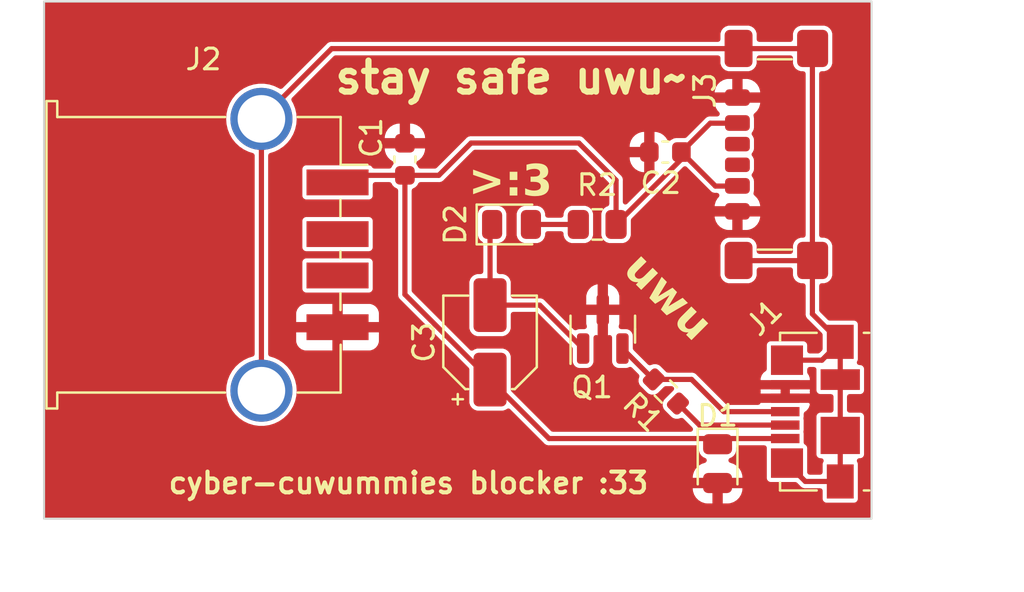
<source format=kicad_pcb>
(kicad_pcb (version 20221018) (generator pcbnew)

  (general
    (thickness 1.6)
  )

  (paper "A5")
  (title_block
    (title "USB Condom")
    (date "2023-11-26")
    (rev "1.1e")
    (company "femsci")
    (comment 1 "USB A -> microB & C")
  )

  (layers
    (0 "F.Cu" signal)
    (31 "B.Cu" signal)
    (32 "B.Adhes" user "B.Adhesive")
    (33 "F.Adhes" user "F.Adhesive")
    (34 "B.Paste" user)
    (35 "F.Paste" user)
    (36 "B.SilkS" user "B.Silkscreen")
    (37 "F.SilkS" user "F.Silkscreen")
    (38 "B.Mask" user)
    (39 "F.Mask" user)
    (40 "Dwgs.User" user "User.Drawings")
    (41 "Cmts.User" user "User.Comments")
    (42 "Eco1.User" user "User.Eco1")
    (43 "Eco2.User" user "User.Eco2")
    (44 "Edge.Cuts" user)
    (45 "Margin" user)
    (46 "B.CrtYd" user "B.Courtyard")
    (47 "F.CrtYd" user "F.Courtyard")
    (48 "B.Fab" user)
    (49 "F.Fab" user)
    (50 "User.1" user)
    (51 "User.2" user)
    (52 "User.3" user)
    (53 "User.4" user)
    (54 "User.5" user)
    (55 "User.6" user)
    (56 "User.7" user)
    (57 "User.8" user)
    (58 "User.9" user)
  )

  (setup
    (pad_to_mask_clearance 0)
    (pcbplotparams
      (layerselection 0x00010fc_ffffffff)
      (plot_on_all_layers_selection 0x0000000_00000000)
      (disableapertmacros false)
      (usegerberextensions false)
      (usegerberattributes true)
      (usegerberadvancedattributes true)
      (creategerberjobfile true)
      (dashed_line_dash_ratio 12.000000)
      (dashed_line_gap_ratio 3.000000)
      (svgprecision 4)
      (plotframeref false)
      (viasonmask false)
      (mode 1)
      (useauxorigin false)
      (hpglpennumber 1)
      (hpglpenspeed 20)
      (hpglpendiameter 15.000000)
      (dxfpolygonmode true)
      (dxfimperialunits true)
      (dxfusepcbnewfont true)
      (psnegative false)
      (psa4output false)
      (plotreference true)
      (plotvalue true)
      (plotinvisibletext false)
      (sketchpadsonfab false)
      (subtractmaskfromsilk false)
      (outputformat 1)
      (mirror false)
      (drillshape 1)
      (scaleselection 1)
      (outputdirectory "")
    )
  )

  (net 0 "")
  (net 1 "GND")
  (net 2 "Net-(D2-K)")
  (net 3 "Net-(D2-A)")
  (net 4 "Net-(J1-D-)")
  (net 5 "Net-(J1-D+)")
  (net 6 "unconnected-(J2-D--Pad2)")
  (net 7 "Earth")
  (net 8 "unconnected-(J2-D+-Pad3)")
  (net 9 "Net-(D1-K)")
  (net 10 "unconnected-(J3-CC1-PadA5)")
  (net 11 "unconnected-(J3-CC2-PadB5)")

  (footprint "Connector_USB:USB_C_Receptacle_GCT_USB4135-GF-A_6P_TopMnt_Horizontal" (layer "F.Cu") (at 116.4915 60.116 90))

  (footprint "Capacitor_SMD:CP_Elec_4x5.4" (layer "F.Cu") (at 101.5 69.2 90))

  (footprint "Connector_USB:USB_A_TE_292303-7_Horizontal" (layer "F.Cu") (at 87.7468 64.9668 -90))

  (footprint "Diode_SMD:D_0805_2012Metric" (layer "F.Cu") (at 112.5 75.062499 -90))

  (footprint "Connector_USB:USB_Micro-B_Molex_47346-0001" (layer "F.Cu") (at 117.23 72.55 90))

  (footprint "Resistor_SMD:R_0805_2012Metric" (layer "F.Cu") (at 106.68 63.5 180))

  (footprint "LED_SMD:LED_0805_2012Metric" (layer "F.Cu") (at 102.537501 63.5))

  (footprint "Package_TO_SOT_SMD:SOT-23" (layer "F.Cu") (at 106.95 68.5625 90))

  (footprint "Resistor_SMD:R_0603_1608Metric" (layer "F.Cu") (at 110 71.575 135))

  (footprint "Capacitor_SMD:C_0603_1608Metric" (layer "F.Cu") (at 109.975 60 180))

  (footprint "Capacitor_SMD:C_0603_1608Metric" (layer "F.Cu") (at 97.3836 60.3504 90))

  (gr_rect (start 79.9388 52.724) (end 119.9388 77.724)
    (stroke (width 0.1) (type default)) (fill none) (layer "Edge.Cuts") (tstamp 59838d4f-6903-467b-b8ad-c75660d5d3db))
  (gr_text "stay safe uwu~" (at 93.853 57.277) (layer "F.SilkS") (tstamp 161008c6-fda4-4f77-951c-20ac705c43c4)
    (effects (font (size 1.5 1.5) (thickness 0.3) bold) (justify left bottom))
  )
  (gr_text ">:3" (at 100.457 62.357) (layer "F.SilkS") (tstamp 4ff290e1-1ed2-425b-bf6b-35b1fe240589)
    (effects (font (face "Fira Code") (size 1.5 1.5) (thickness 0.3) bold) (justify left bottom))
    (render_cache ">:3" 0
      (polygon
        (pts
          (xy 100.568008 60.74059)          (xy 101.661972 61.304058)          (xy 101.661972 61.547324)          (xy 100.568008 62.11702)
          (xy 100.568008 61.807076)          (xy 101.315391 61.425691)          (xy 100.568008 61.045405)
        )
      )
      (polygon
        (pts
          (xy 102.166822 61.082408)          (xy 102.167302 61.06745)          (xy 102.168745 61.052801)          (xy 102.171901 61.034925)
          (xy 102.176559 61.017531)          (xy 102.18272 61.000621)          (xy 102.190383 60.984193)          (xy 102.197596 60.971399)
          (xy 102.205616 60.959069)          (xy 102.216559 60.944525)          (xy 102.228521 60.930948)          (xy 102.241503 60.918336)
          (xy 102.255505 60.90669)          (xy 102.26744 60.898069)          (xy 102.280028 60.890066)          (xy 102.293114 60.882854)
          (xy 102.306544 60.876603)          (xy 102.320317 60.871313)          (xy 102.334433 60.866986)          (xy 102.348893 60.86362)
          (xy 102.363697 60.861215)          (xy 102.378843 60.859773)          (xy 102.394334 60.859292)          (xy 102.411799 60.859878)
          (xy 102.428749 60.861636)          (xy 102.445184 60.864566)          (xy 102.461104 60.868669)          (xy 102.476508 60.873943)
          (xy 102.491397 60.880389)          (xy 102.505771 60.888008)          (xy 102.51963 60.896798)          (xy 102.532974 60.906761)
          (xy 102.545802 60.917896)          (xy 102.554069 60.92597)          (xy 102.565723 60.938613)          (xy 102.576231 60.951674)
          (xy 102.585592 60.965154)          (xy 102.593808 60.979053)          (xy 102.600877 60.99337)          (xy 102.606799 61.008106)
          (xy 102.611576 61.02326)          (xy 102.615206 61.038833)          (xy 102.617689 61.054825)          (xy 102.619027 61.071235)
          (xy 102.619281 61.082408)          (xy 102.618708 61.099159)          (xy 102.616989 61.115479)          (xy 102.614123 61.131368)
          (xy 102.610111 61.146825)          (xy 102.604952 61.16185)          (xy 102.598648 61.176445)          (xy 102.591197 61.190607)
          (xy 102.582599 61.204338)          (xy 102.572855 61.217638)          (xy 102.561965 61.230506)          (xy 102.554069 61.238845)
          (xy 102.541584 61.25063)          (xy 102.528583 61.261256)          (xy 102.515068 61.270723)          (xy 102.501037 61.279031)
          (xy 102.486492 61.286179)          (xy 102.471431 61.292168)          (xy 102.455854 61.296998)          (xy 102.439763 61.300669)
          (xy 102.423156 61.303181)          (xy 102.406035 61.304533)          (xy 102.394334 61.304791)          (xy 102.376793 61.304211)
          (xy 102.359755 61.302472)          (xy 102.34322 61.299574)          (xy 102.327186 61.295517)          (xy 102.311655 61.290301)
          (xy 102.296626 61.283925)          (xy 102.2821 61.27639)          (xy 102.268075 61.267696)          (xy 102.254554 61.257843)
          (xy 102.241534 61.246831)          (xy 102.233133 61.238845)          (xy 102.221283 61.226265)          (xy 102.210598 61.213253)
          (xy 102.201078 61.199809)          (xy 102.192725 61.185934)          (xy 102.185537 61.171628)          (xy 102.179514 61.15689)
          (xy 102.174657 61.14172)          (xy 102.170966 61.12612)          (xy 102.16844 61.110087)          (xy 102.167081 61.093623)
        )
      )
      (polygon
        (pts
          (xy 102.166822 61.830157)          (xy 102.167404 61.813415)          (xy 102.169153 61.797124)          (xy 102.172067 61.781284)
          (xy 102.176147 61.765895)          (xy 102.181392 61.750956)          (xy 102.187803 61.736468)          (xy 102.19538 61.722431)
          (xy 102.204122 61.708845)          (xy 102.21403 61.695709)          (xy 102.225104 61.683025)          (xy 102.233133 61.674819)
          (xy 102.245818 61.663165)          (xy 102.259005 61.652657)          (xy 102.272694 61.643295)          (xy 102.286886 61.63508)
          (xy 102.30158 61.628011)          (xy 102.316776 61.622088)          (xy 102.332475 61.617312)          (xy 102.348676 61.613682)
          (xy 102.365379 61.611198)          (xy 102.382584 61.609861)          (xy 102.394334 61.609606)          (xy 102.411799 61.610179)
          (xy 102.428749 61.611899)          (xy 102.445184 61.614764)          (xy 102.461104 61.618776)          (xy 102.476508 61.623935)
          (xy 102.491397 61.63024)          (xy 102.505771 61.637691)          (xy 102.51963 61.646288)          (xy 102.532974 61.656032)
          (xy 102.545802 61.666922)          (xy 102.554069 61.674819)          (xy 102.565723 61.687203)          (xy 102.576231 61.700038)
          (xy 102.585592 61.713324)          (xy 102.593808 61.72706)          (xy 102.600877 61.741247)          (xy 102.606799 61.755885)
          (xy 102.611576 61.770974)          (xy 102.615206 61.786514)          (xy 102.617689 61.802505)          (xy 102.619027 61.818946)
          (xy 102.619281 61.830157)          (xy 102.618708 61.847112)          (xy 102.616989 61.863628)          (xy 102.614123 61.879707)
          (xy 102.610111 61.895347)          (xy 102.604952 61.91055)          (xy 102.598648 61.925315)          (xy 102.591197 61.939641)
          (xy 102.582599 61.95353)          (xy 102.572855 61.966981)          (xy 102.561965 61.979994)          (xy 102.554069 61.988427)
          (xy 102.541584 62.000343)          (xy 102.528583 62.011087)          (xy 102.515068 62.020659)          (xy 102.501037 62.029059)
          (xy 102.486492 62.036286)          (xy 102.471431 62.042342)          (xy 102.455854 62.047226)          (xy 102.439763 62.050937)
          (xy 102.423156 62.053477)          (xy 102.406035 62.054844)          (xy 102.394334 62.055105)          (xy 102.376793 62.054519)
          (xy 102.359755 62.052761)          (xy 102.34322 62.049831)          (xy 102.327186 62.045728)          (xy 102.311655 62.040454)
          (xy 102.296626 62.034007)          (xy 102.2821 62.026389)          (xy 102.268075 62.017598)          (xy 102.254554 62.007636)
          (xy 102.241534 61.996501)          (xy 102.233133 61.988427)          (xy 102.221283 61.975705)          (xy 102.210598 61.962546)
          (xy 102.201078 61.948949)          (xy 102.192725 61.934914)          (xy 102.185537 61.920442)          (xy 102.179514 61.905531)
          (xy 102.174657 61.890182)          (xy 102.170966 61.874396)          (xy 102.16844 61.858171)          (xy 102.167081 61.841509)
        )
      )
      (polygon
        (pts
          (xy 103.624951 60.559606)          (xy 103.64496 60.559816)          (xy 103.664593 60.560447)          (xy 103.683852 60.561499)
          (xy 103.702735 60.562972)          (xy 103.721244 60.564865)          (xy 103.739377 60.567179)          (xy 103.757136 60.569914)
          (xy 103.77452 60.57307)          (xy 103.791528 60.576646)          (xy 103.808162 60.580643)          (xy 103.824421 60.585061)
          (xy 103.840305 60.5899)          (xy 103.855814 60.595159)          (xy 103.870948 60.600839)          (xy 103.885707 60.60694)
          (xy 103.900091 60.613461)          (xy 103.914077 60.620332)          (xy 103.927643 60.627481)          (xy 103.940787 60.634907)
          (xy 103.953511 60.64261)          (xy 103.965815 60.650592)          (xy 103.983481 60.663084)          (xy 104.0002 60.676201)
          (xy 104.015973 60.689943)          (xy 104.030799 60.70431)          (xy 104.044678 60.719301)          (xy 104.05761 60.734917)
          (xy 104.069596 60.751158)          (xy 104.073381 60.75671)          (xy 104.084119 60.773567)          (xy 104.0938 60.790752)
          (xy 104.102426 60.808265)          (xy 104.109995 60.826107)          (xy 104.116508 60.844278)          (xy 104.121965 60.862777)
          (xy 104.126365 60.881604)          (xy 104.12971 60.90076)          (xy 104.131998 60.920244)          (xy 104.13323 60.940057)
          (xy 104.133465 60.953448)          (xy 104.133139 60.971502)          (xy 104.13216 60.989122)          (xy 104.130528 61.006307)
          (xy 104.128244 61.023057)          (xy 104.125308 61.039371)          (xy 104.121718 61.055251)          (xy 104.117477 61.070696)
          (xy 104.112582 61.085705)          (xy 104.107035 61.100279)          (xy 104.100836 61.114419)          (xy 104.093983 61.128123)
          (xy 104.086479 61.141392)          (xy 104.078321 61.154227)          (xy 104.069511 61.166626)          (xy 104.060049 61.17859)
          (xy 104.049934 61.190119)          (xy 104.039281 61.201237)          (xy 104.028204 61.211969)          (xy 104.016704 61.222315)
          (xy 104.00478 61.232274)          (xy 103.992432 61.241846)          (xy 103.979661 61.251033)          (xy 103.966466 61.259833)
          (xy 103.952847 61.268246)          (xy 103.938805 61.276273)          (xy 103.92434 61.283914)          (xy 103.90945 61.291168)
          (xy 103.894137 61.298036)          (xy 103.878401 61.304518)          (xy 103.862241 61.310613)          (xy 103.845657 61.316321)
          (xy 103.82865 61.321644)          (xy 103.847669 61.324459)          (xy 103.866259 61.327774)          (xy 103.88442 61.331591)
          (xy 103.902152 61.335909)          (xy 103.919454 61.340727)          (xy 103.936327 61.346047)          (xy 103.95277 61.351867)
          (xy 103.968784 61.358188)          (xy 103.984369 61.365011)          (xy 103.999524 61.372334)          (xy 104.014251 61.380157)
          (xy 104.028547 61.388482)          (xy 104.042415 61.397308)          (xy 104.055853 61.406634)          (xy 104.068862 61.416462)
          (xy 104.081441 61.42679)          (xy 104.093464 61.437701)          (xy 104.104711 61.449367)          (xy 104.115183 61.461789)
          (xy 104.124878 61.474967)          (xy 104.133798 61.4889)          (xy 104.141943 61.503589)          (xy 104.149312 61.519034)
          (xy 104.155905 61.535234)          (xy 104.161722 61.55219)          (xy 104.166764 61.569901)          (xy 104.17103 61.588368)
          (xy 104.174521 61.607591)          (xy 104.177235 61.627569)          (xy 104.179175 61.648303)          (xy 104.180338 61.669793)
          (xy 104.180726 61.692038)          (xy 104.180454 61.707704)          (xy 104.179638 61.723196)          (xy 104.178279 61.738513)
          (xy 104.176375 61.753656)          (xy 104.173928 61.768624)          (xy 104.170937 61.783417)          (xy 104.167402 61.798036)
          (xy 104.163324 61.81248)          (xy 104.158701 61.82675)          (xy 104.153535 61.840845)          (xy 104.147825 61.854765)
          (xy 104.141571 61.868511)          (xy 104.134773 61.882082)          (xy 104.127431 61.895479)          (xy 104.119546 61.908701)
          (xy 104.111117 61.921748)          (xy 104.102227 61.934501)          (xy 104.092867 61.94693)          (xy 104.083038 61.959036)
          (xy 104.07274 61.970818)          (xy 104.061972 61.982277)          (xy 104.050735 61.993413)          (xy 104.039029 62.004225)
          (xy 104.026853 62.014713)          (xy 104.014208 62.024878)          (xy 104.001093 62.03472)          (xy 103.987509 62.044238)
          (xy 103.973455 62.053433)          (xy 103.958932 62.062305)          (xy 103.94394 62.070853)          (xy 103.928478 62.079077)
          (xy 103.912547 62.086979)          (xy 103.896184 62.094476)          (xy 103.879426 62.10149)          (xy 103.862272 62.10802)
          (xy 103.844724 62.114067)          (xy 103.826781 62.119629)          (xy 103.808443 62.124708)          (xy 103.789709 62.129304)
          (xy 103.770581 62.133415)          (xy 103.751058 62.137043)          (xy 103.73114 62.140187)          (xy 103.710827 62.142848)
          (xy 103.690118 62.145024)          (xy 103.669015 62.146717)          (xy 103.647517 62.147927)          (xy 103.625624 62.148652)
          (xy 103.603336 62.148894)          (xy 103.582632 62.148674)          (xy 103.562194 62.148013)          (xy 103.542023 62.146911)
          (xy 103.522117 62.145368)          (xy 103.502478 62.143384)          (xy 103.483105 62.14096)          (xy 103.463999 62.138095)
          (xy 103.445158 62.134789)          (xy 103.426584 62.131042)          (xy 103.408276 62.126855)          (xy 103.390233 62.122227)
          (xy 103.372458 62.117158)          (xy 103.354948 62.111648)          (xy 103.337705 62.105697)          (xy 103.320727 62.099306)
          (xy 103.304016 62.092474)          (xy 103.287634 62.085241)          (xy 103.271553 62.077648)          (xy 103.255772 62.069694)
          (xy 103.240292 62.061379)          (xy 103.225112 62.052703)          (xy 103.210233 62.043667)          (xy 103.195654 62.034271)
          (xy 103.181376 62.024513)          (xy 103.167398 62.014396)          (xy 103.153721 62.003917)          (xy 103.140344 61.993078)
          (xy 103.127268 61.981878)          (xy 103.114493 61.970317)          (xy 103.102018 61.958396)          (xy 103.089843 61.946114)
          (xy 103.077969 61.933472)          (xy 103.269578 61.752122)          (xy 103.281797 61.765846)          (xy 103.294273 61.778856)
          (xy 103.307007 61.791151)          (xy 103.319999 61.802731)          (xy 103.333248 61.813597)          (xy 103.346755 61.823747)
          (xy 103.360519 61.833183)          (xy 103.374541 61.841904)          (xy 103.388821 61.84991)          (xy 103.403358 61.857201)
          (xy 103.413193 61.861665)          (xy 103.428177 61.867819)          (xy 103.443315 61.873368)          (xy 103.458608 61.878312)
          (xy 103.474055 61.88265)          (xy 103.489657 61.886383)          (xy 103.505414 61.889511)          (xy 103.521325 61.892033)
          (xy 103.53739 61.89395)          (xy 103.55361 61.895262)          (xy 103.569985 61.895968)          (xy 103.580988 61.896103)
          (xy 103.601376 61.895597)          (xy 103.621049 61.894081)          (xy 103.640007 61.891553)          (xy 103.65825 61.888014)
          (xy 103.675779 61.883464)          (xy 103.692593 61.877903)          (xy 103.708692 61.871331)          (xy 103.724076 61.863748)
          (xy 103.738745 61.855154)          (xy 103.752699 61.845549)          (xy 103.761605 61.838584)          (xy 103.774111 61.827348)
          (xy 103.785386 61.815211)          (xy 103.795431 61.802172)          (xy 103.804247 61.788231)          (xy 103.811832 61.773389)
          (xy 103.818187 61.757646)          (xy 103.823312 61.741)          (xy 103.827207 61.723454)          (xy 103.829872 61.705005)
          (xy 103.831307 61.685655)          (xy 103.831581 61.672254)          (xy 103.831322 61.657451)          (xy 103.829962 61.636233)
          (xy 103.827436 61.6162)          (xy 103.823745 61.597353)          (xy 103.818888 61.57969)          (xy 103.812866 61.563212)
          (xy 103.805678 61.547919)          (xy 103.797324 61.533811)          (xy 103.787805 61.520889)          (xy 103.77712 61.509151)
          (xy 103.765269 61.498598)          (xy 103.752424 61.489104)          (xy 103.73862 61.480544)          (xy 103.723856 61.472918)
          (xy 103.708133 61.466226)          (xy 103.69145 61.460467)          (xy 103.673808 61.455643)          (xy 103.655206 61.451752)
          (xy 103.635645 61.448795)          (xy 103.615124 61.446772)          (xy 103.593643 61.445682)          (xy 103.578789 61.445475)
          (xy 103.442868 61.445475)          (xy 103.481703 61.211002)          (xy 103.578789 61.211002)          (xy 103.597021 61.210551)
          (xy 103.614622 61.209198)          (xy 103.631591 61.206944)          (xy 103.647929 61.203789)          (xy 103.663636 61.199732)
          (xy 103.678712 61.194773)          (xy 103.693157 61.188912)          (xy 103.706971 61.18215)          (xy 103.720154 61.174487)
          (xy 103.732705 61.165922)          (xy 103.740722 61.159711)          (xy 103.751984 61.149568)          (xy 103.762138 61.13851)
          (xy 103.771184 61.126538)          (xy 103.779122 61.113652)          (xy 103.785953 61.099851)          (xy 103.791676 61.085135)
          (xy 103.796291 61.069506)          (xy 103.799799 61.052961)          (xy 103.802199 61.035502)          (xy 103.803491 61.017129)
          (xy 103.803737 61.004372)          (xy 103.803206 60.988011)          (xy 103.801612 60.972314)          (xy 103.798955 60.95728)
          (xy 103.795236 60.942909)          (xy 103.788625 60.92478)          (xy 103.780124 60.907829)          (xy 103.769734 60.892059)
          (xy 103.757455 60.877467)          (xy 103.743287 60.864055)          (xy 103.731706 60.854823)          (xy 103.719493 60.846499)
          (xy 103.70665 60.839084)          (xy 103.693175 60.832576)          (xy 103.67907 60.826976)          (xy 103.664333 60.822285)
          (xy 103.648965 60.818501)          (xy 103.632966 60.815626)          (xy 103.616335 60.813658)          (xy 103.599074 60.812599)
          (xy 103.587216 60.812397)          (xy 103.5706 60.812719)          (xy 103.554273 60.813685)          (xy 103.538236 60.815295)
          (xy 103.52249 60.817549)          (xy 103.507033 60.820447)          (xy 103.491865 60.823989)          (xy 103.476988 60.828175)
          (xy 103.4624 60.833005)          (xy 103.448102 60.838479)          (xy 103.434094 60.844597)          (xy 103.424916 60.849034)
          (xy 103.411396 60.856145)          (xy 103.398036 60.863738)          (xy 103.384837 60.871815)          (xy 103.371799 60.880375)
          (xy 103.358923 60.889418)          (xy 103.346207 60.898944)          (xy 103.333652 60.908952)          (xy 103.321258 60.919444)
          (xy 103.309025 60.930419)          (xy 103.296954 60.941877)          (xy 103.288995 60.949784)          (xy 103.114606 60.761106)
          (xy 103.12748 60.748885)          (xy 103.140549 60.737041)          (xy 103.153813 60.725575)          (xy 103.167271 60.714486)
          (xy 103.180924 60.703776)          (xy 103.194771 60.693443)          (xy 103.208813 60.683489)          (xy 103.22305 60.673912)
          (xy 103.237481 60.664712)          (xy 103.252107 60.655891)          (xy 103.266928 60.647447)          (xy 103.281943 60.639382)
          (xy 103.297153 60.631694)          (xy 103.312557 60.624384)          (xy 103.328156 60.617451)          (xy 103.34395 60.610897)
          (xy 103.359945 60.604686)          (xy 103.37615 60.598876)          (xy 103.392563 60.593466)          (xy 103.409186 60.588457)
          (xy 103.426017 60.583849)          (xy 103.443057 60.579641)          (xy 103.460306 60.575835)          (xy 103.477765 60.572429)
          (xy 103.495432 60.569423)          (xy 103.513308 60.566819)          (xy 103.531393 60.564615)          (xy 103.549686 60.562812)
          (xy 103.568189 60.561409)          (xy 103.586901 60.560407)          (xy 103.605822 60.559806)
        )
      )
    )
  )
  (gr_text "cyber-cuwummies blocker :33" (at 85.852 76.581) (layer "F.SilkS") (tstamp 57ec4c12-99e4-444c-8b24-286677c57109)
    (effects (font (size 1 1) (thickness 0.2) bold) (justify left bottom))
  )
  (gr_text "uwu" (at 107.696 65.913 315) (layer "F.SilkS") (tstamp 78a7ead4-53d5-4e3d-a2cb-1a0ccecd5803)
    (effects (font (face "Anime Ace 2.0 BB") (size 1.5 1.5) (thickness 0.3) bold) (justify left bottom))
    (render_cache "uwu" 315
      (polygon
        (pts
          (xy 110.465603 65.893563)          (xy 110.475975 65.881699)          (xy 110.485791 65.865235)          (xy 110.490999 65.848021)
          (xy 110.491574 65.830045)          (xy 110.487492 65.811295)          (xy 110.48136 65.796717)          (xy 110.472584 65.781691)
          (xy 110.461155 65.766213)          (xy 110.447061 65.750277)          (xy 110.44177 65.744863)          (xy 110.430238 65.73389)
          (xy 110.41823 65.723557)          (xy 110.405749 65.713861)          (xy 110.392798 65.704799)          (xy 110.379379 65.696369)
          (xy 110.365495 65.688568)          (xy 110.351148 65.681394)          (xy 110.336341 65.674844)          (xy 110.321076 65.668916)
          (xy 110.305356 65.663607)          (xy 110.294624 65.66041)          (xy 110.274796 65.656518)          (xy 110.254526 65.654028)
          (xy 110.233834 65.65295)          (xy 110.212743 65.653292)          (xy 110.191275 65.655064)          (xy 110.169451 65.658274)
          (xy 110.154715 65.661217)          (xy 110.139837 65.664806)          (xy 110.124824 65.669044)          (xy 110.109681 65.673933)
          (xy 110.094416 65.679476)          (xy 110.079035 65.685675)          (xy 110.063544 65.692533)          (xy 109.854484 65.812477)
          (xy 109.841105 65.820219)          (xy 109.827343 65.828239)          (xy 109.813198 65.836538)          (xy 109.79867 65.845115)
          (xy 109.783759 65.85397)          (xy 109.768464 65.863103)          (xy 109.752785 65.872513)          (xy 109.736721 65.882201)
          (xy 109.720274 65.892164)          (xy 109.703441 65.902404)          (xy 109.686224 65.91292)          (xy 109.668622 65.923712)
          (xy 109.650634 65.934779)          (xy 109.632261 65.946121)          (xy 109.613502 65.957738)          (xy 109.594356 65.969629)
          (xy 109.574825 65.981794)          (xy 109.554907 65.994232)          (xy 109.534602 66.006944)          (xy 109.51391 66.019929)
          (xy 109.492831 66.033187)          (xy 109.471364 66.046717)          (xy 109.44951 66.060519)          (xy 109.427268 66.074592)
          (xy 109.404637 66.088937)          (xy 109.381618 66.103553)          (xy 109.35821 66.118439)          (xy 109.334414 66.133596)
          (xy 109.310228 66.149023)          (xy 109.285653 66.16472)          (xy 109.260688 66.180686)          (xy 109.235333 66.19692)
          (xy 109.211982 66.18802)          (xy 109.188075 66.178714)          (xy 109.163615 66.169008)          (xy 109.138603 66.158908)
          (xy 109.113044 66.148421)          (xy 109.08694 66.137553)          (xy 109.060293 66.126311)          (xy 109.046767 66.120552)
          (xy 109.033106 66.114702)          (xy 109.019311 66.108761)          (xy 109.005381 66.102731)          (xy 108.991319 66.096612)
          (xy 108.977122 66.090405)          (xy 108.962793 66.084111)          (xy 108.948331 66.077731)          (xy 108.933737 66.071266)
          (xy 108.919011 66.064715)          (xy 108.904153 66.058081)          (xy 108.889163 66.051364)          (xy 108.874043 66.044565)
          (xy 108.858792 66.037684)          (xy 108.843411 66.030722)          (xy 108.8279 66.023681)          (xy 108.812258 66.016561)
          (xy 108.796488 66.009362)          (xy 108.776409 65.999949)          (xy 108.756828 65.990704)          (xy 108.737744 65.981625)
          (xy 108.719158 65.972713)          (xy 108.701069 65.963967)          (xy 108.683477 65.955389)          (xy 108.666382 65.946977)
          (xy 108.649784 65.938732)          (xy 108.633683 65.930653)          (xy 108.618078 65.922741)          (xy 108.60297 65.914996)
          (xy 108.588358 65.907417)          (xy 108.574243 65.900004)          (xy 108.560623 65.892758)          (xy 108.547499 65.885678)
          (xy 108.522739 65.872016)          (xy 108.49996 65.85902)          (xy 108.479162 65.846687)          (xy 108.460344 65.835019)
          (xy 108.443504 65.824014)          (xy 108.428642 65.813672)          (xy 108.415755 65.803993)          (xy 108.400128 65.790716)
          (xy 108.395465 65.792271)          (xy 108.402978 65.784758)          (xy 108.414435 65.773419)          (xy 108.425972 65.763872)
          (xy 108.440623 65.752739)          (xy 108.458383 65.740025)          (xy 108.479245 65.725735)          (xy 108.503205 65.709873)
          (xy 108.516345 65.701354)          (xy 108.530258 65.692443)          (xy 108.544942 65.683142)          (xy 108.560398 65.673451)
          (xy 108.576623 65.663371)          (xy 108.593619 65.652901)          (xy 108.611384 65.642043)          (xy 108.629917 65.630797)
          (xy 108.649218 65.619164)          (xy 108.669286 65.607144)          (xy 108.69012 65.594739)          (xy 108.711721 65.581947)
          (xy 108.734086 65.568771)          (xy 108.757216 65.55521)          (xy 108.78111 65.541265)          (xy 108.805766 65.526937)
          (xy 108.831186 65.512227)          (xy 108.857367 65.497134)          (xy 108.884309 65.481659)          (xy 108.905548 65.469392)
          (xy 108.926714 65.457263)          (xy 108.947808 65.445274)          (xy 108.968829 65.433425)          (xy 108.989778 65.421715)
          (xy 109.010655 65.410144)          (xy 109.031461 65.398712)          (xy 109.052195 65.387419)          (xy 109.072858 65.376265)
          (xy 109.09345 65.365249)          (xy 109.11397 65.354373)          (xy 109.13442 65.343635)          (xy 109.154799 65.333035)
          (xy 109.175108 65.322574)          (xy 109.195347 65.312252)          (xy 109.215515 65.302067)          (xy 109.235614 65.292021)
          (xy 109.255644 65.282112)          (xy 109.275603 65.272342)          (xy 109.295494 65.262709)          (xy 109.315315 65.253215)
          (xy 109.335068 65.243857)          (xy 109.354752 65.234638)          (xy 109.374367 65.225556)          (xy 109.393914 65.216611)
          (xy 109.413393 65.207803)          (xy 109.432804 65.199133)          (xy 109.452147 65.1906)          (xy 109.471423 65.182204)
          (xy 109.490631 65.173944)          (xy 109.509773 65.165822)          (xy 109.528847 65.157836)          (xy 109.54894 65.149649)
          (xy 109.567545 65.141709)          (xy 109.58466 65.134032)          (xy 109.600286 65.126634)          (xy 109.614424 65.119529)
          (xy 109.630957 65.110539)          (xy 109.644843 65.102136)          (xy 109.658477 65.092511)          (xy 109.666407 65.085559)
          (xy 109.67602 65.074471)          (xy 109.684975 65.058974)          (xy 109.68952 65.042672)          (xy 109.689662 65.025579)
          (xy 109.685406 65.007704)          (xy 109.679332 64.993794)          (xy 109.67079 64.979457)          (xy 109.659784 64.964698)
          (xy 109.646315 64.949522)          (xy 109.641278 64.944372)          (xy 109.623085 64.927119)          (xy 109.604648 64.911499)
          (xy 109.585972 64.897512)          (xy 109.567062 64.885157)          (xy 109.547923 64.874433)          (xy 109.528559 64.865341)
          (xy 109.508976 64.85788)          (xy 109.489179 64.85205)          (xy 109.469172 64.84785)          (xy 109.44896 64.845279)
          (xy 109.428549 64.844339)          (xy 109.407943 64.845027)          (xy 109.387148 64.847344)          (xy 109.366168 64.851289)
          (xy 109.345008 64.856863)          (xy 109.323672 64.864064)          (xy 109.303113 64.874245)          (xy 109.283104 64.88429)
          (xy 109.263641 64.894196)          (xy 109.244716 64.903959)          (xy 109.226322 64.913576)          (xy 109.208453 64.923044)
          (xy 109.191101 64.93236)          (xy 109.17426 64.941522)          (xy 109.157923 64.950526)          (xy 109.142083 64.959369)
          (xy 109.126734 64.968048)          (xy 109.111868 64.97656)          (xy 109.097478 64.984902)          (xy 109.083558 64.993071)
          (xy 109.070102 65.001064)          (xy 109.057101 65.008877)          (xy 109.015036 65.034646)          (xy 108.973552 65.060077)
          (xy 108.93265 65.08517)          (xy 108.892331 65.109925)          (xy 108.852594 65.134343)          (xy 108.813439 65.158424)
          (xy 108.774868 65.182168)          (xy 108.73688 65.205576)          (xy 108.699476 65.228647)          (xy 108.662656 65.251382)
          (xy 108.62642 65.273782)          (xy 108.590768 65.295847)          (xy 108.555701 65.317576)          (xy 108.52122 65.33897)
          (xy 108.487323 65.36003)          (xy 108.454013 65.380756)          (xy 108.421288 65.401148)          (xy 108.389149 65.421206)
          (xy 108.357597 65.440931)          (xy 108.326632 65.460323)          (xy 108.296253 65.479381)          (xy 108.266462 65.498108)
          (xy 108.237259 65.516502)          (xy 108.208644 65.534564)          (xy 108.180616 65.552295)          (xy 108.153178 65.569694)
          (xy 108.126328 65.586762)          (xy 108.100067 65.603499)          (xy 108.074395 65.619906)          (xy 108.049313 65.635982)
          (xy 108.024821 65.651729)          (xy 108.000919 65.667145)          (xy 107.987727 65.675615)          (xy 107.97171 65.686059)
          (xy 107.95749 65.695531)          (xy 107.945067 65.704031)          (xy 107.932066 65.71329)          (xy 107.920172 65.722398)
          (xy 107.912321 65.72932)          (xy 107.900866 65.742416)          (xy 107.892295 65.755923)          (xy 107.886609 65.769854)
          (xy 107.883518 65.789114)          (xy 107.884569 65.80409)          (xy 107.88851 65.819538)          (xy 107.895341 65.835471)
          (xy 107.905064 65.851903)          (xy 107.91768 65.868849)          (xy 107.927698 65.880439)          (xy 107.939004 65.892267)
          (xy 107.953075 65.905677)          (xy 107.969061 65.919679)          (xy 107.986964 65.934274)          (xy 108.006784 65.949467)
          (xy 108.028525 65.965259)          (xy 108.052188 65.981653)          (xy 108.064741 65.990077)          (xy 108.077775 65.998653)
          (xy 108.09129 66.00738)          (xy 108.105287 66.016259)          (xy 108.119766 66.025291)          (xy 108.134728 66.034476)
          (xy 108.150171 66.043815)          (xy 108.166098 66.053306)          (xy 108.182507 66.062952)          (xy 108.199399 66.072752)
          (xy 108.216775 66.082706)          (xy 108.234634 66.092815)          (xy 108.252978 66.10308)          (xy 108.271805 66.1135)
          (xy 108.291116 66.124075)          (xy 108.310912 66.134808)          (xy 108.331193 66.145696)          (xy 108.351959 66.156742)
          (xy 108.37321 66.167944)          (xy 108.394947 66.179304)          (xy 108.413885 66.189125)          (xy 108.432616 66.198771)
          (xy 108.45114 66.208242)          (xy 108.469457 66.217538)          (xy 108.487568 66.226661)          (xy 108.505471 66.235611)
          (xy 108.523167 66.244389)          (xy 108.540656 66.252994)          (xy 108.557936 66.261429)          (xy 108.57501 66.269693)
          (xy 108.591875 66.277787)          (xy 108.608532 66.285712)          (xy 108.624982 66.293468)          (xy 108.641223 66.301057)
          (xy 108.657255 66.308477)          (xy 108.673079 66.315731)          (xy 108.688694 66.322819)          (xy 108.704101 66.329741)
          (xy 108.719298 66.336498)          (xy 108.734286 66.343091)          (xy 108.749065 66.34952)          (xy 108.763635 66.355786)
          (xy 108.777995 66.361889)          (xy 108.792145 66.36783)          (xy 108.806085 66.37361)          (xy 108.819816 66.37923)
          (xy 108.846646 66.389989)          (xy 108.872634 66.400114)          (xy 108.89778 66.409608)          (xy 108.876435 66.422847)
          (xy 108.856312 66.435366)          (xy 108.837413 66.447165)          (xy 108.819739 66.458246)          (xy 108.803291 66.46861)
          (xy 108.788071 66.47826)          (xy 108.77408 66.487196)          (xy 108.761321 66.495421)          (xy 108.744493 66.506426)
          (xy 108.730444 66.515838)          (xy 108.716043 66.525917)          (xy 108.703745 66.535769)          (xy 108.693693 66.547144)
          (xy 108.683926 66.562776)          (xy 108.678318 66.578907)          (xy 108.67687 66.595506)          (xy 108.679588 66.612537)
          (xy 108.686472 66.629969)          (xy 108.694373 66.643285)          (xy 108.70462 66.656793)          (xy 108.717216 66.67048)
          (xy 108.729864 66.682581)          (xy 108.742745 66.693822)          (xy 108.755857 66.704203)          (xy 108.769202 66.713722)
          (xy 108.782779 66.722381)          (xy 108.796588 66.730179)          (xy 108.81063 66.737117)          (xy 108.824904 66.743194)
          (xy 108.83941 66.74841)          (xy 108.854148 66.752766)          (xy 108.864102 66.755192)          (xy 108.881162 66.758393)
          (xy 108.897955 66.760421)          (xy 108.914487 66.761277)          (xy 108.930765 66.760961)          (xy 108.946796 66.759476)
          (xy 108.962585 66.756823)          (xy 108.97814 66.753002)          (xy 108.993466 66.748015)          (xy 109.00857 66.741864)
          (xy 109.023459 66.734549)          (xy 109.033268 66.729027)          (xy 109.046353 66.718596)          (xy 109.058993 66.708486)
          (xy 109.071194 66.698701)          (xy 109.082958 66.689245)          (xy 109.099799 66.675689)          (xy 109.115684 66.662899)
          (xy 109.13063 66.650892)          (xy 109.144653 66.639682)          (xy 109.157767 66.629285)          (xy 109.169988 66.619716)
          (xy 109.184919 66.608272)          (xy 109.191812 66.603124)          (xy 109.217618 66.583639)          (xy 109.243694 66.564283)
          (xy 109.270039 66.545058)          (xy 109.296654 66.525962)          (xy 109.323539 66.506996)          (xy 109.350691 66.488159)
          (xy 109.378113 66.469451)          (xy 109.405802 66.450871)          (xy 109.43376 66.432419)          (xy 109.461985 66.414096)
          (xy 109.490477 66.3959)          (xy 109.519236 66.377831)          (xy 109.548263 66.35989)          (xy 109.577555 66.342076)
          (xy 109.607114 66.324388)          (xy 109.636939 66.306826)          (xy 109.66703 66.28939)          (xy 109.697385 66.27208)
          (xy 109.728006 66.254896)          (xy 109.758892 66.237836)          (xy 109.790042 66.220902)          (xy 109.821457 66.204092)
          (xy 109.853135 66.187406)          (xy 109.885077 66.170845)          (xy 109.917282 66.154407)          (xy 109.949751 66.138092)
          (xy 109.982482 66.121901)          (xy 110.015475 66.105832)          (xy 110.048731 66.089886)          (xy 110.082249 66.074062)
          (xy 110.116029 66.05836)          (xy 110.15007 66.04278)          (xy 110.315867 65.974907)          (xy 110.330026 65.968859)
          (xy 110.343552 65.962954)          (xy 110.362651 65.954357)          (xy 110.380317 65.946064)          (xy 110.396545 65.938065)
          (xy 110.41133 65.930349)          (xy 110.424667 65.922906)          (xy 110.440189 65.91339)          (xy 110.453114 65.904317)
        )
      )
      (polygon
        (pts
          (xy 112.088606 67.592728)          (xy 112.101512 67.579119)          (xy 112.11341 67.565114)          (xy 112.124289 67.550734)
          (xy 112.134135 67.535995)          (xy 112.142937 67.520916)          (xy 112.150682 67.505515)          (xy 112.157359 67.48981)
          (xy 112.162955 67.473821)          (xy 112.167651 67.45935)          (xy 112.171753 67.440829)          (xy 112.1734 67.423203)
          (xy 112.172602 67.406486)          (xy 112.169373 67.390688)          (xy 112.163724 67.375823)          (xy 112.155668 67.361901)
          (xy 112.145216 67.348936)          (xy 112.142231 67.345846)          (xy 112.128926 67.335373)          (xy 112.112813 67.327702)
          (xy 112.097901 67.323526)          (xy 112.081192 67.321047)          (xy 112.062686 67.320222)          (xy 112.047626 67.320664)
          (xy 112.031556 67.321995)          (xy 112.014475 67.324197)          (xy 112.008556 67.325121)          (xy 111.86711 67.359317)
          (xy 111.813762 67.373035)          (xy 111.7616 67.386454)          (xy 111.710624 67.399573)          (xy 111.660833 67.412393)
          (xy 111.61223 67.424912)          (xy 111.564813 67.437132)          (xy 111.518583 67.449051)          (xy 111.47354 67.460669)
          (xy 111.429684 67.471987)          (xy 111.387016 67.483003)          (xy 111.345536 67.493718)          (xy 111.305244 67.504131)
          (xy 111.26614 67.514242)          (xy 111.228225 67.524051)          (xy 111.191499 67.533558)          (xy 111.155962 67.542763)
          (xy 111.121614 67.551664)          (xy 111.088456 67.560262)          (xy 111.056487 67.568557)          (xy 111.025709 67.576549)
          (xy 110.99612 67.584237)          (xy 110.967722 67.59162)          (xy 110.940515 67.5987)          (xy 110.914499 67.605475)
          (xy 110.889674 67.611945)          (xy 110.86604 67.618111)          (xy 110.843599 67.623971)          (xy 110.822349 67.629525)
          (xy 110.802291 67.634774)          (xy 110.783425 67.639718)          (xy 110.765752 67.644355)          (xy 110.749272 67.648685)
          (xy 110.767509 67.628184)          (xy 110.785404 67.607967)          (xy 110.80296 67.588035)          (xy 110.820181 67.568385)
          (xy 110.837072 67.549018)          (xy 110.853635 67.529932)          (xy 110.869876 67.511127)          (xy 110.885796 67.492602)
          (xy 110.901401 67.474357)          (xy 110.916694 67.45639)          (xy 110.931679 67.4387)          (xy 110.946359 67.421288)
          (xy 110.960739 67.404152)          (xy 110.974822 67.387292)          (xy 110.988612 67.370706)          (xy 111.002114 67.354394)
          (xy 111.015357 67.338133)          (xy 111.028277 67.322282)          (xy 111.040871 67.306842)          (xy 111.053141 67.291814)
          (xy 111.065086 67.277197)          (xy 111.076708 67.262994)          (xy 111.088004 67.249203)          (xy 111.098977 67.235827)
          (xy 111.109626 67.222864)          (xy 111.11995 67.210317)          (xy 111.129951 67.198185)          (xy 111.139628 67.18647)
          (xy 111.148981 67.175171)          (xy 111.166717 67.153825)          (xy 111.183159 67.134153)          (xy 111.198309 67.116159)
          (xy 111.212166 67.099848)          (xy 111.224732 67.085224)          (xy 111.236007 67.072291)          (xy 111.245992 67.061055)
          (xy 111.258553 67.047391)          (xy 111.265317 67.040415)          (xy 111.280226 67.02502)          (xy 111.293669 67.010115)
          (xy 111.305644 66.995696)          (xy 111.316149 66.981763)          (xy 111.325182 66.968312)          (xy 111.33274 66.955342)
          (xy 111.341307 66.936782)          (xy 111.346544 66.919291)          (xy 111.348442 66.90286)          (xy 111.346993 66.887482)
          (xy 111.342191 66.873149)          (xy 111.334028 66.859853)          (xy 111.326714 66.851562)          (xy 111.315646 66.841823)
          (xy 111.303036 66.8332)          (xy 111.288886 66.825695)          (xy 111.273198 66.819305)          (xy 111.255972 66.814031)
          (xy 111.23721 66.809872)          (xy 111.216912 66.806828)          (xy 111.19508 66.804899)          (xy 111.171715 66.804083)
          (xy 111.146818 66.804382)          (xy 111.12039 66.805794)          (xy 111.092432 66.808319)          (xy 111.062946 66.811957)
          (xy 111.04763 66.814193)          (xy 111.031932 66.816707)          (xy 111.015853 66.819499)          (xy 110.999392 66.822568)
          (xy 110.98255 66.825916)          (xy 110.965327 66.829542)          (xy 110.92502 66.838151)          (xy 110.88546 66.846639)
          (xy 110.846646 66.855005)          (xy 110.808579 66.863248)          (xy 110.771258 66.871369)          (xy 110.734683 66.879366)
          (xy 110.698854 66.88724)          (xy 110.663771 66.89499)          (xy 110.629433 66.902617)          (xy 110.595841 66.910118)
          (xy 110.562995 66.917495)          (xy 110.530893 66.924747)          (xy 110.499537 66.931874)          (xy 110.468926 66.938874)
          (xy 110.43906 66.945749)          (xy 110.409938 66.952497)          (xy 110.381561 66.959119)          (xy 110.353928 66.965613)
          (xy 110.327039 66.97198)          (xy 110.300895 66.97822)          (xy 110.275494 66.984331)          (xy 110.250838 66.990314)
          (xy 110.226925 66.996168)          (xy 110.203755 67.001893)          (xy 110.181329 67.007488)          (xy 110.159647 67.012954)
          (xy 110.138707 67.01829)          (xy 110.11851 67.023495)          (xy 110.099057 67.02857)          (xy 110.080346 67.033513)
          (xy 110.062377 67.038326)          (xy 110.045151 67.043006)          (xy 110.059176 67.027599)          (xy 110.07308 67.012368)
          (xy 110.086862 66.997312)          (xy 110.100521 66.982431)          (xy 110.114058 66.967725)          (xy 110.127471 66.953194)
          (xy 110.140761 66.938836)          (xy 110.153927 66.924653)          (xy 110.166969 66.910642)          (xy 110.179887 66.896805)
          (xy 110.19268 66.883141)          (xy 110.205348 66.869649)          (xy 110.21789 66.856329)          (xy 110.230307 66.843181)
          (xy 110.242597 66.830204)          (xy 110.254762 66.817398)          (xy 110.266799 66.804763)          (xy 110.278709 66.792299)
          (xy 110.290492 66.780005)          (xy 110.302148 66.76788)          (xy 110.313675 66.755925)          (xy 110.325074 66.744139)
          (xy 110.336344 66.732522)          (xy 110.347484 66.721073)          (xy 110.358496 66.709792)          (xy 110.369378 66.698679)
          (xy 110.380129 66.687734)          (xy 110.390751 66.676956)          (xy 110.401241 66.666344)          (xy 110.411601 66.655899)
          (xy 110.431925 66.635507)          (xy 110.452533 66.614908)          (xy 110.472244 66.595223)          (xy 110.491058 66.576453)
          (xy 110.508975 66.558596)          (xy 110.525994 66.541652)          (xy 110.542116 66.52562)          (xy 110.55734 66.5105)
          (xy 110.571667 66.496291)          (xy 110.585097 66.482992)          (xy 110.597629 66.470603)          (xy 110.609264 66.459123)
          (xy 110.62 66.448552)          (xy 110.638781 66.430132)          (xy 110.653971 66.415339)          (xy 110.665569 66.404168)
          (xy 110.67799 66.392671)          (xy 110.665147 66.407245)          (xy 110.653392 66.419495)          (xy 110.646167 66.426964)
          (xy 110.658968 66.413671)          (xy 110.67114 66.400992)          (xy 110.682677 66.388929)          (xy 110.693575 66.377484)
          (xy 110.703829 66.366659)          (xy 110.717994 66.351585)          (xy 110.730685 66.337913)          (xy 110.741887 66.325648)
          (xy 110.75448 66.311493)          (xy 110.764362 66.299861)          (xy 110.772847 66.288886)          (xy 110.782622 66.275402)
          (xy 110.791353 66.262346)          (xy 110.79904 66.249723)          (xy 110.808612 66.231607)          (xy 110.815834 66.214487)
          (xy 110.820707 66.198374)          (xy 110.823229 66.183281)          (xy 110.822938 66.164767)          (xy 110.818469 66.148119)
          (xy 110.809823 66.133369)          (xy 110.803934 66.126715)          (xy 110.791722 66.115599)          (xy 110.778397 66.105574)
          (xy 110.763952 66.096651)          (xy 110.748382 66.088842)          (xy 110.73168 66.082158)          (xy 110.713839 66.076611)
          (xy 110.694853 66.072212)          (xy 110.674716 66.068974)          (xy 110.653421 66.066907)          (xy 110.638578 66.066185)
          (xy 110.623215 66.065992)          (xy 110.615339 66.066096)          (xy 110.599716 66.06657)          (xy 110.584613 66.067506)
          (xy 110.562929 66.069783)          (xy 110.542401 66.07311)          (xy 110.523022 66.077492)          (xy 110.504786 66.082935)
          (xy 110.487683 66.089443)          (xy 110.471706 66.097022)          (xy 110.456848 66.105676)          (xy 110.4431 66.115412)
          (xy 110.430456 66.126234)          (xy 110.426485 66.130083)          (xy 110.415408 66.141765)          (xy 110.403985 66.155015)
          (xy 110.394151 66.167321)          (xy 110.383986 66.180832)          (xy 110.373449 66.195603)          (xy 110.364723 66.208362)
          (xy 110.362498 66.211687)          (xy 110.352114 66.22772)          (xy 110.342679 66.242167)          (xy 110.3342 66.255038)
          (xy 110.324391 66.269769)          (xy 110.314558 66.284315)          (xy 110.305377 66.297555)          (xy 110.301619 66.302616)
          (xy 110.29074 66.316794)          (xy 110.279573 66.331153)          (xy 110.268117 66.345695)          (xy 110.256373 66.360419)
          (xy 110.244341 66.375326)          (xy 110.232021 66.390415)          (xy 110.219412 66.405686)          (xy 110.206516 66.42114)
          (xy 110.193332 66.436776)          (xy 110.179859 66.452595)          (xy 110.166099 66.468596)          (xy 110.15205 66.484781)
          (xy 110.137714 66.501148)          (xy 110.12309 66.517697)          (xy 110.108179 66.53443)          (xy 110.09298 66.551345)
          (xy 110.077493 66.568443)          (xy 110.061718 66.585724)          (xy 110.045656 66.603189)          (xy 110.029306 66.620836)
          (xy 110.012669 66.638666)          (xy 109.995745 66.65668)          (xy 109.978533 66.674877)          (xy 109.961034 66.693257)
          (xy 109.943247 66.71182)          (xy 109.925174 66.730566)          (xy 109.906813 66.749496)          (xy 109.888165 66.76861)
          (xy 109.86923 66.787907)          (xy 109.850008 66.807387)          (xy 109.830499 66.827051)          (xy 109.810703 66.846899)
          (xy 109.790463 66.867103)          (xy 109.770546 66.886916)          (xy 109.750953 66.906341)          (xy 109.731686 66.925381)
          (xy 109.712745 66.944041)          (xy 109.694131 66.962323)          (xy 109.675846 66.980231)          (xy 109.657891 66.997768)
          (xy 109.640266 67.014938)          (xy 109.622974 67.031744)          (xy 109.606015 67.048189)          (xy 109.58939 67.064277)
          (xy 109.5731 67.080012)          (xy 109.557148 67.095396)          (xy 109.541533 67.110434)          (xy 109.526256 67.125128)
          (xy 109.515814 67.135543)          (xy 109.503969 67.147241)          (xy 109.491989 67.158934)          (xy 109.480984 67.169558)
          (xy 109.468688 67.181307)          (xy 109.455072 67.194177)          (xy 109.447762 67.201032)          (xy 109.435138 67.212496)
          (xy 109.423127 67.223384)          (xy 109.411759 67.2337)          (xy 109.398502 67.245803)          (xy 109.386356 67.257035)
          (xy 109.375383 67.267409)          (xy 109.36564 67.276936)          (xy 109.355172 67.287485)          (xy 109.342415 67.300602)
          (xy 109.331016 67.312641)          (xy 109.320959 67.323612)          (xy 109.310254 67.335839)          (xy 109.300103 67.348352)
          (xy 109.292844 67.358539)          (xy 109.286248 67.372879)          (xy 109.281292 67.390141)          (xy 109.279964 67.40665)
          (xy 109.282234 67.422388)          (xy 109.288072 67.437338)          (xy 109.297449 67.451481)          (xy 109.304761 67.459572)
          (xy 109.320027 67.473119)          (xy 109.336531 67.484473)          (xy 109.354267 67.493644)          (xy 109.373232 67.500638)
          (xy 109.393419 67.505464)          (xy 109.414823 67.508128)          (xy 109.429767 67.508707)          (xy 109.445248 67.508332)
          (xy 109.461265 67.507004)          (xy 109.477816 67.504726)          (xy 109.4949 67.5015)          (xy 109.512515 67.497329)
          (xy 109.53066 67.492214)          (xy 109.563135 67.482426)          (xy 109.595907 67.472638)          (xy 109.628977 67.46285)
          (xy 109.662345 67.45306)          (xy 109.696012 67.44327)          (xy 109.729976 67.433478)          (xy 109.76424 67.423685)
          (xy 109.798802 67.413889)          (xy 109.833664 67.404091)          (xy 109.868824 67.394291)          (xy 109.904284 67.384487)
          (xy 109.940044 67.374681)          (xy 109.976103 67.364871)          (xy 110.012463 67.355058)          (xy 110.049122 67.34524)
          (xy 110.086082 67.335418)          (xy 110.123343 67.325592)          (xy 110.160904 67.315761)          (xy 110.198766 67.305925)
          (xy 110.236929 67.296083)          (xy 110.275394 67.286236)          (xy 110.31416 67.276382)          (xy 110.353227 67.266523)
          (xy 110.392597 67.256657)          (xy 110.432269 67.246784)          (xy 110.472243 67.236903)          (xy 110.512519 67.227016)
          (xy 110.553098 67.217121)          (xy 110.59398 67.207218)          (xy 110.635165 67.197306)          (xy 110.676653 67.187386)
          (xy 110.718444 67.177457)          (xy 110.501094 67.472007)          (xy 110.489447 67.487637)          (xy 110.476226 67.504367)
          (xy 110.466542 67.516136)          (xy 110.456166 67.5284)          (xy 110.445101 67.541161)          (xy 110.43335 67.554421)
          (xy 110.420915 67.568183)          (xy 110.407801 67.582448)          (xy 110.39401 67.59722)          (xy 110.379544 67.612501)
          (xy 110.364408 67.628292)          (xy 110.348604 67.644597)          (xy 110.332135 67.661416)          (xy 110.315004 67.678754)
          (xy 110.297215 67.696611)          (xy 110.280435 67.712964)          (xy 110.264582 67.728507)          (xy 110.249651 67.743234)
          (xy 110.23564 67.757142)          (xy 110.222546 67.770227)          (xy 110.210365 67.782486)          (xy 110.199096 67.793914)
          (xy 110.188734 67.804509)          (xy 110.174887 67.818828)          (xy 110.163065 67.83125)          (xy 110.150434 67.844837)
          (xy 110.139647 67.856997)          (xy 110.138153 67.858782)          (xy 110.124874 67.875224)          (xy 110.112916 67.891038)
          (xy 110.102277 67.906224)          (xy 110.092955 67.920786)          (xy 110.084948 67.934725)          (xy 110.078253 67.948045)
          (xy 110.070665 67.966866)          (xy 110.066018 67.984305)          (xy 110.064302 68.00037)          (xy 110.065511 68.015067)
          (xy 110.071659 68.03255)          (xy 110.082973 68.047635)          (xy 110.098239 68.061182)          (xy 110.114743 68.072537)
          (xy 110.132479 68.081707)          (xy 110.151444 68.088701)          (xy 110.171631 68.093527)          (xy 110.193036 68.096191)
          (xy 110.207979 68.096771)          (xy 110.22346 68.096395)          (xy 110.239477 68.095067)          (xy 110.256028 68.092789)
          (xy 110.273112 68.089563)          (xy 110.290728 68.085392)          (xy 110.308873 68.080277)          (xy 110.346629 68.068659)
          (xy 110.383542 68.057314)          (xy 110.41961 68.046242)          (xy 110.454833 68.035445)          (xy 110.489211 68.02492)
          (xy 110.522744 68.01467)          (xy 110.555431 68.004693)          (xy 110.587272 67.99499)          (xy 110.618266 67.985561)
          (xy 110.648415 67.976406)          (xy 110.677716 67.967525)          (xy 110.70617 67.958919)          (xy 110.733777 67.950587)
          (xy 110.760537 67.942529)          (xy 110.786448 67.934746)          (xy 110.811511 67.927238)          (xy 110.835726 67.920004)
          (xy 110.859092 67.913046)          (xy 110.881608 67.906362)          (xy 110.903276 67.899953)          (xy 110.924093 67.893819)
          (xy 110.944061 67.887961)          (xy 110.963178 67.882377)          (xy 110.981445 67.87707)          (xy 110.998862 67.872037)
          (xy 111.015427 67.867281)          (xy 111.031141 67.8628)          (xy 111.046003 67.858594)          (xy 111.073171 67.851012)
          (xy 111.096929 67.844533)          (xy 111.123758 67.837184)          (xy 111.150475 67.829949)          (xy 111.177078 67.822828)
          (xy 111.203569 67.815822)          (xy 111.229945 67.808929)          (xy 111.256208 67.80215)          (xy 111.282356 67.795483)
          (xy 111.30839 67.788929)          (xy 111.334308 67.782487)          (xy 111.360112 67.776156)          (xy 111.385799 67.769936)
          (xy 111.411371 67.763827)          (xy 111.436826 67.757828)          (xy 111.462165 67.751939)          (xy 111.487387 67.74616)
          (xy 111.512491 67.740489)          (xy 111.537478 67.734927)          (xy 111.562347 67.729473)          (xy 111.587098 67.724127)
          (xy 111.61173 67.718887)          (xy 111.636243 67.713755)          (xy 111.660636 67.708729)          (xy 111.68491 67.703809)
          (xy 111.709064 67.698995)          (xy 111.733098 67.694286)          (xy 111.757011 67.689681)          (xy 111.780803 67.685181)
          (xy 111.804474 67.680785)          (xy 111.828024 67.676492)          (xy 111.851451 67.672302)          (xy 111.874756 67.668214)
          (xy 111.897938 67.664229)          (xy 111.915702 67.661038)          (xy 111.932663 67.657682)          (xy 111.948826 67.65416)
          (xy 111.964197 67.65047)          (xy 111.978779 67.646612)          (xy 111.999187 67.640507)          (xy 112.01785 67.634016)
          (xy 112.034785 67.627136)          (xy 112.050008 67.619862)          (xy 112.063537 67.612192)          (xy 112.078967 67.60134)
        )
      )
      (polygon
        (pts
          (xy 113.362915 68.790875)          (xy 113.373287 68.779011)          (xy 113.383103 68.762547)          (xy 113.388311 68.745333)
          (xy 113.388886 68.727357)          (xy 113.384804 68.708607)          (xy 113.378672 68.694029)          (xy 113.369896 68.679003)
          (xy 113.358467 68.663525)          (xy 113.344373 68.64759)          (xy 113.339082 68.642175)          (xy 113.32755 68.631202)
          (xy 113.315542 68.620869)          (xy 113.303062 68.611173)          (xy 113.290111 68.602111)          (xy 113.276692 68.593681)
          (xy 113.262807 68.58588)          (xy 113.24846 68.578706)          (xy 113.233653 68.572156)          (xy 113.218388 68.566228)
          (xy 113.202668 68.560919)          (xy 113.191936 68.557722)          (xy 113.172108 68.55383)          (xy 113.151838 68.55134)
          (xy 113.131146 68.550262)          (xy 113.110055 68.550604)          (xy 113.088587 68.552376)          (xy 113.066763 68.555586)
          (xy 113.052027 68.558529)          (xy 113.037149 68.562118)          (xy 113.022136 68.566356)          (xy 113.006993 68.571245)
          (xy 112.991728 68.576788)          (xy 112.976347 68.582987)          (xy 112.960856 68.589845)          (xy 112.751796 68.709789)
          (xy 112.738417 68.717531)          (xy 112.724655 68.725551)          (xy 112.71051 68.73385)          (xy 112.695982 68.742427)
          (xy 112.681071 68.751282)          (xy 112.665776 68.760415)          (xy 112.650097 68.769825)          (xy 112.634033 68.779513)
          (xy 112.617586 68.789476)          (xy 112.600753 68.799716)          (xy 112.583536 68.810233)          (xy 112.565934 68.821024)
          (xy 112.547946 68.832091)          (xy 112.529573 68.843433)          (xy 112.510814 68.85505)          (xy 112.491668 68.866941)
          (xy 112.472137 68.879106)          (xy 112.452219 68.891544)          (xy 112.431914 68.904256)          (xy 112.411222 68.917241)
          (xy 112.390143 68.930499)          (xy 112.368676 68.944029)          (xy 112.346822 68.957831)          (xy 112.32458 68.971904)
          (xy 112.301949 68.986249)          (xy 112.27893 69.000865)          (xy 112.255522 69.015751)          (xy 112.231726 69.030908)
          (xy 112.20754 69.046335)          (xy 112.182965 69.062032)          (xy 112.158 69.077998)          (xy 112.132646 69.094232)
          (xy 112.109294 69.085332)          (xy 112.085387 69.076026)          (xy 112.060927 69.06632)          (xy 112.035915 69.05622)
          (xy 112.010356 69.045733)          (xy 111.984252 69.034865)          (xy 111.957605 69.023623)          (xy 111.944079 69.017864)
          (xy 111.930418 69.012014)          (xy 111.916623 69.006073)          (xy 111.902693 69.000043)          (xy 111.888631 68.993924)
          (xy 111.874434 68.987717)          (xy 111.860105 68.981424)          (xy 111.845643 68.975043)          (xy 111.831049 68.968578)
          (xy 111.816323 68.962028)          (xy 111.801465 68.955393)          (xy 111.786476 68.948676)          (xy 111.771355 68.941877)
          (xy 111.756104 68.934996)          (xy 111.740723 68.928034)          (xy 111.725212 68.920993)          (xy 111.709571 68.913873)
          (xy 111.6938 68.906674)          (xy 111.673721 68.897261)          (xy 111.65414 68.888016)          (xy 111.635056 68.878937)
          (xy 111.61647 68.870025)          (xy 111.598381 68.86128)          (xy 111.580789 68.852701)          (xy 111.563694 68.844289)
          (xy 111.547096 68.836044)          (xy 111.530995 68.827965)          (xy 111.51539 68.820053)          (xy 111.500282 68.812308)
          (xy 111.48567 68.804729)          (xy 111.471555 68.797316)          (xy 111.457935 68.79007)          (xy 111.444811 68.78299)
          (xy 111.420051 68.769328)          (xy 111.397272 68.756332)          (xy 111.376474 68.743999)          (xy 111.357656 68.732331)
          (xy 111.340816 68.721326)          (xy 111.325954 68.710984)          (xy 111.313067 68.701305)          (xy 111.29744 68.688028)
          (xy 111.292777 68.689583)          (xy 111.30029 68.68207)          (xy 111.311747 68.670732)          (xy 111.323284 68.661184)
          (xy 111.337935 68.650051)          (xy 111.355695 68.637337)          (xy 111.376557 68.623047)          (xy 111.400517 68.607185)
          (xy 111.413657 68.598666)          (xy 111.42757 68.589755)          (xy 111.442254 68.580454)          (xy 111.45771 68.570763)
          (xy 111.473935 68.560683)          (xy 111.490931 68.550213)          (xy 111.508696 68.539355)          (xy 111.527229 68.528109)
          (xy 111.54653 68.516476)          (xy 111.566598 68.504456)          (xy 111.587432 68.492051)          (xy 111.609033 68.479259)
          (xy 111.631398 68.466083)          (xy 111.654528 68.452522)          (xy 111.678422 68.438577)          (xy 111.703078 68.424249)
          (xy 111.728498 68.409539)          (xy 111.754679 68.394446)          (xy 111.781621 68.378971)          (xy 111.80286 68.366704)
          (xy 111.824026 68.354575)          (xy 111.84512 68.342586)          (xy 111.866141 68.330737)          (xy 111.88709 68.319027)
          (xy 111.907968 68.307456)          (xy 111.928773 68.296024)          (xy 111.949507 68.284731)          (xy 111.97017 68.273577)
          (xy 111.990762 68.262561)          (xy 112.011282 68.251685)          (xy 112.031732 68.240947)          (xy 112.052111 68.230347)
          (xy 112.07242 68.219886)          (xy 112.092659 68.209564)          (xy 112.112828 68.199379)          (xy 112.132926 68.189333)
          (xy 112.152956 68.179424)          (xy 112.172915 68.169654)          (xy 112.192806 68.160021)          (xy 112.212627 68.150527)
          (xy 112.23238 68.141169)          (xy 112.252064 68.13195)          (xy 112.271679 68.122868)          (xy 112.291226 68.113923)
          (xy 112.310705 68.105115)          (xy 112.330116 68.096445)          (xy 112.349459 68.087912)          (xy 112.368735 68.079516)
          (xy 112.387944 68.071256)          (xy 112.407085 68.063134)          (xy 112.426159 68.055148)          (xy 112.446252 68.046961)
          (xy 112.464857 68.039021)          (xy 112.481972 68.031344)          (xy 112.497598 68.023946)          (xy 112.511736 68.016841)
          (xy 112.528269 68.007852)          (xy 112.542155 67.999448)          (xy 112.55579 67.989823)          (xy 112.563719 67.982871)
          (xy 112.573333 67.971783)          (xy 112.582287 67.956286)          (xy 112.586832 67.939985)          (xy 112.586974 67.922891)
          (xy 112.582718 67.905016)          (xy 112.576644 67.891106)          (xy 112.568103 67.876769)          (xy 112.557096 67.86201)
          (xy 112.543627 67.846834)          (xy 112.53859 67.841684)          (xy 112.520397 67.824431)          (xy 112.50196 67.808811)
          (xy 112.483284 67.794824)          (xy 112.464374 67.782469)          (xy 112.445235 67.771745)          (xy 112.425871 67.762653)
          (xy 112.406288 67.755192)          (xy 112.386491 67.749362)          (xy 112.366484 67.745162)          (xy 112.346272 67.742591)
          (xy 112.325861 67.741651)          (xy 112.305255 67.742339)          (xy 112.28446 67.744656)          (xy 112.26348 67.748601)
          (xy 112.24232 67.754175)          (xy 112.220985 67.761376)          (xy 112.200425 67.771557)          (xy 112.180417 67.781602)
          (xy 112.160953 67.791508)          (xy 112.142028 67.801271)          (xy 112.123635 67.810888)          (xy 112.105765 67.820356)
          (xy 112.088413 67.829673)          (xy 112.071572 67.838834)          (xy 112.055235 67.847838)          (xy 112.039396 67.856681)
          (xy 112.024046 67.86536)          (xy 112.00918 67.873872)          (xy 111.99479 67.882214)          (xy 111.980871 67.890383)
          (xy 111.967414 67.898376)          (xy 111.954413 67.906189)          (xy 111.912348 67.931958)          (xy 111.870864 67.957389)
          (xy 111.829962 67.982482)          (xy 111.789643 68.007237)          (xy 111.749906 68.031655)          (xy 111.710751 68.055736)
          (xy 111.67218 68.07948)          (xy 111.634192 68.102888)          (xy 111.596788 68.125959)          (xy 111.559968 68.148695)
          (xy 111.523732 68.171094)          (xy 111.48808 68.193159)          (xy 111.453013 68.214888)          (xy 111.418532 68.236282)
          (xy 111.384635 68.257342)          (xy 111.351325 68.278068)          (xy 111.3186 68.29846)          (xy 111.286461 68.318518)
          (xy 111.254909 68.338243)          (xy 111.223944 68.357635)          (xy 111.193565 68.376693)          (xy 111.163774 68.39542)
          (xy 111.134571 68.413814)          (xy 111.105956 68.431876)          (xy 111.077928 68.449607)          (xy 111.05049 68.467006)
          (xy 111.02364 68.484074)          (xy 110.997379 68.500811)          (xy 110.971707 68.517218)          (xy 110.946625 68.533294)
          (xy 110.922133 68.549041)          (xy 110.898231 68.564457)          (xy 110.885039 68.572927)          (xy 110.869022 68.583371)
          (xy 110.854802 68.592843)          (xy 110.842379 68.601343)          (xy 110.829378 68.610602)          (xy 110.817484 68.61971)
          (xy 110.809633 68.626632)          (xy 110.798178 68.639728)          (xy 110.789607 68.653235)          (xy 110.783921 68.667167)
          (xy 110.78083 68.686426)          (xy 110.781881 68.701402)          (xy 110.785822 68.71685)          (xy 110.792653 68.732783)
          (xy 110.802376 68.749215)          (xy 110.814992 68.766161)          (xy 110.82501 68.777751)          (xy 110.836316 68.789579)
          (xy 110.850387 68.802989)          (xy 110.866373 68.816991)          (xy 110.884276 68.831586)          (xy 110.904096 68.846779)
          (xy 110.925837 68.862571)          (xy 110.9495 68.878965)          (xy 110.962053 68.887389)          (xy 110.975087 68.895965)
          (xy 110.988602 68.904692)          (xy 111.002599 68.913571)          (xy 111.017078 68.922603)          (xy 111.03204 68.931788)
          (xy 111.047483 68.941127)          (xy 111.06341 68.950618)          (xy 111.079819 68.960264)          (xy 111.096711 68.970064)
          (xy 111.114087 68.980018)          (xy 111.131946 68.990127)          (xy 111.15029 69.000392)          (xy 111.169117 69.010812)
          (xy 111.188428 69.021388)          (xy 111.208225 69.03212)          (xy 111.228505 69.043008)          (xy 111.249271 69.054054)
          (xy 111.270523 69.065256)          (xy 111.292259 69.076616)          (xy 111.311197 69.086438)          (xy 111.329928 69.096083)
          (xy 111.348452 69.105554)          (xy 111.366769 69.11485)          (xy 111.38488 69.123973)          (xy 111.402783 69.132923)
          (xy 111.420479 69.141701)          (xy 111.437968 69.150307)          (xy 111.455249 69.158741)          (xy 111.472322 69.167005)
          (xy 111.489187 69.175099)          (xy 111.505844 69.183024)          (xy 111.522294 69.190781)          (xy 111.538535 69.198369)
          (xy 111.554567 69.205789)          (xy 111.570391 69.213043)          (xy 111.586006 69.220131)          (xy 111.601413 69.227053)
          (xy 111.61661 69.23381)          (xy 111.631598 69.240403)          (xy 111.646377 69.246832)          (xy 111.660947 69.253098)
          (xy 111.675307 69.259201)          (xy 111.689457 69.265142)          (xy 111.703397 69.270923)          (xy 111.717128 69.276542)
          (xy 111.743958 69.287301)          (xy 111.769946 69.297426)          (xy 111.795092 69.30692)          (xy 111.773747 69.320159)
          (xy 111.753624 69.332678)          (xy 111.734725 69.344477)          (xy 111.717051 69.355558)          (xy 111.700603 69.365922)
          (xy 111.685383 69.375572)          (xy 111.671392 69.384508)          (xy 111.658633 69.392733)          (xy 111.641805 69.403738)
          (xy 111.627756 69.41315)          (xy 111.613355 69.423229)          (xy 111.601057 69.433081)          (xy 111.591005 69.444456)
          (xy 111.581238 69.460088)          (xy 111.57563 69.476219)          (xy 111.574182 69.492818)          (xy 111.5769 69.509849)
          (xy 111.583785 69.527281)          (xy 111.591685 69.540597)          (xy 111.601932 69.554105)          (xy 111.614528 69.567792)
          (xy 111.627176 69.579893)          (xy 111.640057 69.591134)          (xy 111.653169 69.601515)          (xy 111.666514 69.611034)
          (xy 111.680091 69.619693)          (xy 111.6939 69.627492)          (xy 111.707942 69.634429)          (xy 111.722216 69.640506)
          (xy 111.736722 69.645723)          (xy 111.75146 69.650078)          (xy 111.761414 69.652504)          (xy 111.778474 69.655705)
          (xy 111.795267 69.657733)          (xy 111.811799 69.658589)          (xy 111.828077 69.658273)          (xy 111.844108 69.656788)
          (xy 111.859897 69.654135)          (xy 111.875452 69.650314)          (xy 111.890778 69.645327)          (xy 111.905882 69.639176)
          (xy 111.920771 69.631861)          (xy 111.93058 69.626339)          (xy 111.943665 69.615909)          (xy 111.956306 69.605798)
          (xy 111.968506 69.596013)          (xy 111.98027 69.586557)          (xy 111.997111 69.573001)          (xy 112.012996 69.560211)
          (xy 112.027942 69.548204)          (xy 112.041965 69.536994)          (xy 112.055079 69.526597)          (xy 112.0673 69.517028)
          (xy 112.082232 69.505584)          (xy 112.089124 69.500436)          (xy 112.11493 69.480951)          (xy 112.141006 69.461595)
          (xy 112.167352 69.44237)          (xy 112.193967 69.423274)          (xy 112.220851 69.404308)          (xy 112.248003 69.385471)
          (xy 112.275425 69.366763)          (xy 112.303114 69.348183)          (xy 112.331072 69.329731)          (xy 112.359297 69.311408)
          (xy 112.387789 69.293212)          (xy 112.416549 69.275143)          (xy 112.445575 69.257202)          (xy 112.474867 69.239388)
          (xy 112.504426 69.2217)          (xy 112.534251 69.204138)          (xy 112.564342 69.186702)          (xy 112.594698 69.169392)
          (xy 112.625318 69.152208)          (xy 112.656204 69.135149)          (xy 112.687354 69.118214)          (xy 112.718769 69.101404)
          (xy 112.750447 69.084718)          (xy 112.782389 69.068157)          (xy 112.814594 69.051719)          (xy 112.847063 69.035404)
          (xy 112.879794 69.019213)          (xy 112.912788 69.003144)          (xy 112.946043 68.987198)          (xy 112.979561 68.971374)
          (xy 113.013341 68.955673)          (xy 113.047382 68.940093)          (xy 113.213179 68.872219)          (xy 113.227338 68.866171)
          (xy 113.240864 68.860266)          (xy 113.259963 68.851669)          (xy 113.277629 68.843376)          (xy 113.293857 68.835377)
          (xy 113.308642 68.827661)          (xy 113.321979 68.820219)          (xy 113.337501 68.810702)          (xy 113.350427 68.80163)
        )
      )
    )
  )
  (dimension (type aligned) (layer "Dwgs.User") (tstamp 5fce84f2-10d9-43f7-81ed-86df0abfa68f)
    (pts (xy 119.9032 77.7176) (xy 119.9032 52.724))
    (height 5.776)
    (gr_text "25 mm" (at 124.5292 65.2208 90) (layer "Dwgs.User") (tstamp 5fce84f2-10d9-43f7-81ed-86df0abfa68f)
      (effects (font (size 1 1) (thickness 0.15)))
    )
    (format (prefix "") (suffix "") (units 3) (units_format 1) (precision 4) (override_value "25"))
    (style (thickness 0.15) (arrow_length 1.27) (text_position_mode 0) (extension_height 0.58642) (extension_offset 0.5) keep_text_aligned)
  )
  (dimension (type aligned) (layer "Dwgs.User") (tstamp 93319c43-b8a7-4cd7-8435-1c3158205a8c)
    (pts (xy 79.9388 77.724) (xy 119.9388 77.724))
    (height 2.8956)
    (gr_text "40,0000 mm" (at 99.9388 79.4696) (layer "Dwgs.User") (tstamp 93319c43-b8a7-4cd7-8435-1c3158205a8c)
      (effects (font (size 1 1) (thickness 0.15)))
    )
    (format (prefix "") (suffix "") (units 3) (units_format 1) (precision 4))
    (style (thickness 0.15) (arrow_length 1.27) (text_position_mode 0) (extension_height 0.58642) (extension_offset 0.5) keep_text_aligned)
  )

  (segment (start 115.77 71.9) (end 114.318 71.9) (width 0.25) (layer "F.Cu") (net 1) (tstamp 0439ae69-49c7-433e-8f9c-6665184c0882))
  (segment (start 116.858 71.9) (end 117.094 72.136) (width 0.25) (layer "F.Cu") (net 1) (tstamp 4d2dc44d-b7c0-42c0-b690-20c955fa4e35))
  (segment (start 114.318 71.9) (end 114.3 71.882) (width 0.25) (layer "F.Cu") (net 1) (tstamp 705702a9-0b66-42a2-b344-9bac89997db1))
  (segment (start 115.77 71.9) (end 116.858 71.9) (width 0.25) (layer "F.Cu") (net 1) (tstamp 8d2bcfaa-9f4f-4dda-8d27-9bfcb723425f))
  (segment (start 101.5 63.600001) (end 101.600001 63.5) (width 0.25) (layer "F.Cu") (net 2) (tstamp 0103d239-e01f-4c1e-a3a7-b531876bb940))
  (segment (start 101.5 67.4) (end 101.5 63.600001) (width 0.25) (layer "F.Cu") (net 2) (tstamp 1c03072d-97c0-4851-8d21-960a0395b1e6))
  (segment (start 106 69.5) (end 103.9 67.4) (width 0.25) (layer "F.Cu") (net 2) (tstamp 32ef9945-b00a-4aa6-9039-9802829a3d43))
  (segment (start 101.600001 67.299999) (end 101.5 67.4) (width 0.25) (layer "F.Cu") (net 2) (tstamp 89fe67f5-2b17-43d0-af53-9ade62df461c))
  (segment (start 103.9 67.4) (end 101.5 67.4) (width 0.25) (layer "F.Cu") (net 2) (tstamp ca03c8be-7f9e-4f25-bc2f-6f675f7312df))
  (segment (start 103.475001 63.5) (end 105.7675 63.5) (width 0.25) (layer "F.Cu") (net 3) (tstamp c7c32748-93c3-4602-b5a9-9e69f0a9e569))
  (segment (start 111.625 73.2) (end 110.583363 72.158363) (width 0.25) (layer "F.Cu") (net 4) (tstamp 043a7fb1-25c3-4b1e-b7e3-cb7edccc0b36))
  (segment (start 115.77 73.2) (end 111.625 73.2) (width 0.25) (layer "F.Cu") (net 4) (tstamp 7fceba6e-ccfd-4ae6-b828-27a56c6734e3))
  (segment (start 112.8 72.55) (end 111.241637 70.991637) (width 0.25) (layer "F.Cu") (net 5) (tstamp 08396276-34a9-46f2-ac88-268d5e63c783))
  (segment (start 109.391637 70.991637) (end 107.9 69.5) (width 0.25) (layer "F.Cu") (net 5) (tstamp 222b43bf-2a11-4b7a-808d-a99494b63eaa))
  (segment (start 109.416637 70.991637) (end 109.391637 70.991637) (width 0.25) (layer "F.Cu") (net 5) (tstamp ab9392fc-0d30-4fd8-ac1d-4a91149be76e))
  (segment (start 115.77 72.55) (end 112.8 72.55) (width 0.25) (layer "F.Cu") (net 5) (tstamp f8eca774-efd5-4d92-b200-9bba9f16adef))
  (segment (start 111.241637 70.991637) (end 109.416637 70.991637) (width 0.25) (layer "F.Cu") (net 5) (tstamp fbcac39f-7b9e-474a-a18c-a612c973f5b9))
  (segment (start 118.43 69.175) (end 118.43 75.925) (width 0.25) (layer "F.Cu") (net 7) (tstamp 09bee29e-ecd1-48b1-acf6-365ba512e691))
  (segment (start 117.0838 65.25) (end 117.0838 67.8288) (width 0.25) (layer "F.Cu") (net 7) (tstamp 270b1388-8639-4e6d-96f1-e6e37a5f4b62))
  (segment (start 93.8436 55) (end 90.4468 58.3968) (width 0.25) (layer "F.Cu") (net 7) (tstamp 6bc25ec9-08cb-447c-95fd-bf954f0619e0))
  (segment (start 90.4468 58.3968) (end 90.4468 71.5368) (width 0.25) (layer "F.Cu") (net 7) (tstamp 714282c4-dbe2-492f-baa2-e0d4ff677d9b))
  (segment (start 113.5038 65.25) (end 117.0838 65.25) (width 0.25) (layer "F.Cu") (net 7) (tstamp 7c602ca4-c808-4751-ad5e-574176f82bc9))
  (segment (start 118.43 75.925) (end 116.7425 75.925) (width 0.25) (layer "F.Cu") (net 7) (tstamp 87ca7479-5fd7-4b83-847f-7c811af368df))
  (segment (start 115.855 70.0625) (end 117.5425 70.0625) (width 0.25) (layer "F.Cu") (net 7) (tstamp 8fa61ecd-51da-48a7-98fd-44c6072f8140))
  (segment (start 113.5038 55) (end 93.8436 55) (width 0.25) (layer "F.Cu") (net 7) (tstamp 9125d9fd-db0c-43d5-8acb-a2ed898300fd))
  (segment (start 113.5038 55) (end 117.0838 55) (width 0.25) (layer "F.Cu") (net 7) (tstamp aba461b8-0815-4bb6-bbb7-31f9e669bd3a))
  (segment (start 117.5425 70.0625) (end 118.43 69.175) (width 0.25) (layer "F.Cu") (net 7) (tstamp b3de3b0d-58ac-486e-8c9e-fc3dbc927897))
  (segment (start 117.0838 55) (end 117.0838 65.25) (width 0.25) (layer "F.Cu") (net 7) (tstamp ccf0ac56-da05-4933-8a6c-54573f9e4c61))
  (segment (start 117.0838 67.8288) (end 118.43 69.175) (width 0.25) (layer "F.Cu") (net 7) (tstamp e27ce3c5-c3bb-446e-9787-6604f88490cd))
  (segment (start 116.7425 75.925) (end 115.855 75.0375) (width 0.25) (layer "F.Cu") (net 7) (tstamp ef39c293-6223-4918-a2ed-5706a63ab1f8))
  (segment (start 115.77 73.85) (end 104.35 73.85) (width 0.25) (layer "F.Cu") (net 9) (tstamp 01c3a52c-d637-4c6c-a862-cbd1d6e53bb9))
  (segment (start 97.3836 61.1254) (end 94.4682 61.1254) (width 0.25) (layer "F.Cu") (net 9) (tstamp 09c88020-1b66-4f24-a024-0a469ad41c38))
  (segment (start 105.791 59.563) (end 107.5925 61.3645) (width 0.25) (layer "F.Cu") (net 9) (tstamp 22528cbb-67ff-40ae-9ca2-1baa0e1d74e9))
  (segment (start 97.3836 61.1254) (end 99.0216 61.1254) (width 0.25) (layer "F.Cu") (net 9) (tstamp 2e00e1b8-b3e3-497a-a781-035d45755623))
  (segment (start 112.145 58.605) (end 113.4488 58.605) (width 0.25) (layer "F.Cu") (net 9) (tstamp 31a570b7-386a-41f8-a18e-5e1acda99ed3))
  (segment (start 112.395 61.645) (end 113.4488 61.645) (width 0.25) (layer "F.Cu") (net 9) (tstamp 5cbfdada-90f2-4d11-90d6-3580e4999866))
  (segment (start 100.584 59.563) (end 105.791 59.563) (width 0.25) (layer "F.Cu") (net 9) (tstamp 6aa838ae-52b8-45bb-aff6-64669a2b9a60))
  (segment (start 110.75 60) (end 112.145 58.605) (width 0.25) (layer "F.Cu") (net 9) (tstamp 7a391e03-7c56-4c7e-9047-3601161d41c9))
  (segment (start 107.5925 61.3645) (end 107.5925 63.5) (width 0.25) (layer "F.Cu") (net 9) (tstamp 8809e38a-5f16-46e3-ad85-b54b5e7f2956))
  (segment (start 110.75 60.3425) (end 107.5925 63.5) (width 0.25) (layer "F.Cu") (net 9) (tstamp a3af3bdc-173c-49a6-96c4-d59ec5aaeef7))
  (segment (start 97.3836 66.8836) (end 97.3836 61.1254) (width 0.25) (layer "F.Cu") (net 9) (tstamp aacd0df6-4d9b-41f3-8a14-0079a8ba6daa))
  (segment (start 94.4682 61.1254) (end 94.1268 61.4668) (width 0.25) (layer "F.Cu") (net 9) (tstamp aed41599-8fc4-4d6d-90ca-db69530c19f5))
  (segment (start 110.75 60) (end 112.395 61.645) (width 0.25) (layer "F.Cu") (net 9) (tstamp c9e4f899-7b46-4d5a-979d-30ffda3b058d))
  (segment (start 101.5 71) (end 97.3836 66.8836) (width 0.25) (layer "F.Cu") (net 9) (tstamp cf210765-5fe1-4ec0-ad3f-fbe76ff1a82d))
  (segment (start 99.0216 61.1254) (end 100.584 59.563) (width 0.25) (layer "F.Cu") (net 9) (tstamp dd1f6e07-d4e7-4830-b71d-f49ce2eed5a9))
  (segment (start 110.75 60) (end 110.75 60.3425) (width 0.25) (layer "F.Cu") (net 9) (tstamp eab157cf-eb1e-4034-a2d9-7b24191ff5e0))
  (segment (start 104.35 73.85) (end 101.5 71) (width 0.25) (layer "F.Cu") (net 9) (tstamp ffe899f6-318f-427a-9991-4a7873315c12))

  (zone (net 1) (net_name "GND") (layer "F.Cu") (tstamp 2dacc131-7247-430d-a9a5-d88b793a1c77) (hatch edge 0.5)
    (connect_pads (clearance 0.1))
    (min_thickness 0.25) (filled_areas_thickness no)
    (fill yes (thermal_gap 0.5) (thermal_bridge_width 0.5))
    (polygon
      (pts
        (xy 119.9032 77.7176)
        (xy 119.9032 52.724)
        (xy 79.9236 52.724)
        (xy 79.9236 77.7176)
      )
    )
    (filled_polygon
      (layer "F.Cu")
      (pts
        (xy 119.846239 52.744185)
        (xy 119.891994 52.796989)
        (xy 119.9032 52.8485)
        (xy 119.9032 77.5936)
        (xy 119.883515 77.660639)
        (xy 119.830711 77.706394)
        (xy 119.7792 77.7176)
        (xy 80.0633 77.7176)
        (xy 79.996261 77.697915)
        (xy 79.950506 77.645111)
        (xy 79.9393 77.5936)
        (xy 79.9393 76.249999)
        (xy 111.3 76.249999)
        (xy 111.3 76.293314)
        (xy 111.310407 76.395172)
        (xy 111.365094 76.560208)
        (xy 111.365096 76.560213)
        (xy 111.45637 76.70819)
        (xy 111.579308 76.831128)
        (xy 111.727285 76.922402)
        (xy 111.72729 76.922404)
        (xy 111.892326 76.977091)
        (xy 111.994184 76.987498)
        (xy 111.994197 76.987499)
        (xy 112.25 76.987499)
        (xy 112.25 76.249999)
        (xy 112.75 76.249999)
        (xy 112.75 76.987499)
        (xy 113.005803 76.987499)
        (xy 113.005815 76.987498)
        (xy 113.107673 76.977091)
        (xy 113.272709 76.922404)
        (xy 113.272714 76.922402)
        (xy 113.420691 76.831128)
        (xy 113.543629 76.70819)
        (xy 113.634903 76.560213)
        (xy 113.634905 76.560208)
        (xy 113.689592 76.395172)
        (xy 113.699999 76.293314)
        (xy 113.7 76.293301)
        (xy 113.7 76.249999)
        (xy 112.75 76.249999)
        (xy 112.25 76.249999)
        (xy 111.3 76.249999)
        (xy 79.9393 76.249999)
        (xy 79.9393 71.536804)
        (xy 88.741532 71.536804)
        (xy 88.760577 71.790954)
        (xy 88.796989 71.950487)
        (xy 88.817292 72.039437)
        (xy 88.910407 72.276688)
        (xy 89.037841 72.497412)
        (xy 89.19675 72.696677)
        (xy 89.383583 72.870032)
        (xy 89.594166 73.013605)
        (xy 89.594171 73.013607)
        (xy 89.594172 73.013608)
        (xy 89.594173 73.013609)
        (xy 89.716128 73.072338)
        (xy 89.823792 73.124187)
        (xy 89.823793 73.124187)
        (xy 89.823796 73.124189)
        (xy 90.067342 73.199313)
        (xy 90.319365 73.2373)
        (xy 90.574235 73.2373)
        (xy 90.826258 73.199313)
        (xy 91.069804 73.124189)
        (xy 91.299434 73.013605)
        (xy 91.510017 72.870032)
        (xy 91.69685 72.696677)
        (xy 91.855759 72.497412)
        (xy 91.983193 72.276688)
        (xy 92.076308 72.039437)
        (xy 92.133022 71.790957)
        (xy 92.144859 71.632995)
        (xy 92.152068 71.536804)
        (xy 92.152068 71.536795)
        (xy 92.133022 71.282645)
        (xy 92.120724 71.228765)
        (xy 92.076308 71.034163)
        (xy 91.983193 70.796912)
        (xy 91.855759 70.576188)
        (xy 91.69685 70.376923)
        (xy 91.510017 70.203568)
        (xy 91.299434 70.059995)
        (xy 91.29943 70.059993)
        (xy 91.299427 70.059991)
        (xy 91.299426 70.05999)
        (xy 91.069806 69.949412)
        (xy 91.069808 69.949412)
        (xy 90.85975 69.884617)
        (xy 90.801491 69.846046)
        (xy 90.773333 69.782101)
        (xy 90.7723 69.766126)
        (xy 90.7723 68.7168)
        (xy 92.1268 68.7168)
        (xy 92.1268 69.139644)
        (xy 92.133201 69.199172)
        (xy 92.133203 69.199179)
        (xy 92.183445 69.333886)
        (xy 92.183449 69.333893)
        (xy 92.269609 69.448987)
        (xy 92.269612 69.44899)
        (xy 92.384706 69.53515)
        (xy 92.384713 69.535154)
        (xy 92.51942 69.585396)
        (xy 92.519427 69.585398)
        (xy 92.578955 69.591799)
        (xy 92.578972 69.5918)
        (xy 93.8768 69.5918)
        (xy 93.8768 68.7168)
        (xy 94.3768 68.7168)
        (xy 94.3768 69.5918)
        (xy 95.674628 69.5918)
        (xy 95.674644 69.591799)
        (xy 95.734172 69.585398)
        (xy 95.734179 69.585396)
        (xy 95.868886 69.535154)
        (xy 95.868893 69.53515)
        (xy 95.983987 69.44899)
        (xy 95.98399 69.448987)
        (xy 96.07015 69.333893)
        (xy 96.070154 69.333886)
        (xy 96.120396 69.199179)
        (xy 96.120398 69.199172)
        (xy 96.126799 69.139644)
        (xy 96.1268 69.139627)
        (xy 96.1268 68.7168)
        (xy 94.3768 68.7168)
        (xy 93.8768 68.7168)
        (xy 92.1268 68.7168)
        (xy 90.7723 68.7168)
        (xy 90.7723 68.2168)
        (xy 92.1268 68.2168)
        (xy 93.8768 68.2168)
        (xy 93.8768 67.3418)
        (xy 94.3768 67.3418)
        (xy 94.3768 68.2168)
        (xy 96.1268 68.2168)
        (xy 96.1268 67.793972)
        (xy 96.126799 67.793955)
        (xy 96.120398 67.734427)
        (xy 96.120396 67.73442)
        (xy 96.070154 67.599713)
        (xy 96.07015 67.599706)
        (xy 95.98399 67.484612)
        (xy 95.983987 67.484609)
        (xy 95.868893 67.398449)
        (xy 95.868886 67.398445)
        (xy 95.734179 67.348203)
        (xy 95.734172 67.348201)
        (xy 95.674644 67.3418)
        (xy 94.3768 67.3418)
        (xy 93.8768 67.3418)
        (xy 92.578955 67.3418)
        (xy 92.519427 67.348201)
        (xy 92.51942 67.348203)
        (xy 92.384713 67.398445)
        (xy 92.384706 67.398449)
        (xy 92.269612 67.484609)
        (xy 92.269609 67.484612)
        (xy 92.183449 67.599706)
        (xy 92.183445 67.599713)
        (xy 92.133203 67.73442)
        (xy 92.133201 67.734427)
        (xy 92.1268 67.793955)
        (xy 92.1268 68.2168)
        (xy 90.7723 68.2168)
        (xy 90.7723 66.611552)
        (xy 92.4263 66.611552)
        (xy 92.437931 66.670029)
        (xy 92.437932 66.67003)
        (xy 92.482247 66.736352)
        (xy 92.548569 66.780667)
        (xy 92.54857 66.780668)
        (xy 92.607047 66.792299)
        (xy 92.60705 66.7923)
        (xy 92.607052 66.7923)
        (xy 95.64655 66.7923)
        (xy 95.646551 66.792299)
        (xy 95.661368 66.789352)
        (xy 95.705029 66.780668)
        (xy 95.705029 66.780667)
        (xy 95.705031 66.780667)
        (xy 95.771352 66.736352)
        (xy 95.815667 66.670031)
        (xy 95.815667 66.670029)
        (xy 95.815668 66.670029)
        (xy 95.827299 66.611552)
        (xy 95.8273 66.61155)
        (xy 95.8273 65.322049)
        (xy 95.827299 65.322047)
        (xy 95.815668 65.26357)
        (xy 95.815667 65.263569)
        (xy 95.771352 65.197247)
        (xy 95.70503 65.152932)
        (xy 95.705029 65.152931)
        (xy 95.646552 65.1413)
        (xy 95.646548 65.1413)
        (xy 92.607052 65.1413)
        (xy 92.607047 65.1413)
        (xy 92.54857 65.152931)
        (xy 92.548569 65.152932)
        (xy 92.482247 65.197247)
        (xy 92.437932 65.263569)
        (xy 92.437931 65.26357)
        (xy 92.4263 65.322047)
        (xy 92.4263 66.611552)
        (xy 90.7723 66.611552)
        (xy 90.7723 64.611552)
        (xy 92.4263 64.611552)
        (xy 92.437931 64.670029)
        (xy 92.437932 64.67003)
        (xy 92.482247 64.736352)
        (xy 92.548569 64.780667)
        (xy 92.54857 64.780668)
        (xy 92.607047 64.792299)
        (xy 92.60705 64.7923)
        (xy 92.607052 64.7923)
        (xy 95.64655 64.7923)
        (xy 95.646551 64.792299)
        (xy 95.661368 64.789352)
        (xy 95.705029 64.780668)
        (xy 95.705029 64.780667)
        (xy 95.705031 64.780667)
        (xy 95.771352 64.736352)
        (xy 95.815667 64.670031)
        (xy 95.815667 64.670029)
        (xy 95.815668 64.670029)
        (xy 95.827299 64.611552)
        (xy 95.8273 64.61155)
        (xy 95.8273 63.322049)
        (xy 95.827299 63.322047)
        (xy 95.815668 63.26357)
        (xy 95.815667 63.263569)
        (xy 95.771352 63.197247)
        (xy 95.70503 63.152932)
        (xy 95.705029 63.152931)
        (xy 95.646552 63.1413)
        (xy 95.646548 63.1413)
        (xy 92.607052 63.1413)
        (xy 92.607047 63.1413)
        (xy 92.54857 63.152931)
        (xy 92.548569 63.152932)
        (xy 92.482247 63.197247)
        (xy 92.437932 63.263569)
        (xy 92.437931 63.26357)
        (xy 92.4263 63.322047)
        (xy 92.4263 64.611552)
        (xy 90.7723 64.611552)
        (xy 90.7723 60.167473)
        (xy 90.791985 60.100434)
        (xy 90.844789 60.054679)
        (xy 90.85975 60.048982)
        (xy 91.069804 59.984189)
        (xy 91.299434 59.873605)
        (xy 91.510017 59.730032)
        (xy 91.69685 59.556677)
        (xy 91.855759 59.357412)
        (xy 91.874241 59.3254)
        (xy 96.4086 59.3254)
        (xy 97.1336 59.3254)
        (xy 97.1336 58.6254)
        (xy 97.6336 58.6254)
        (xy 97.6336 59.3254)
        (xy 98.358599 59.3254)
        (xy 98.358599 59.302092)
        (xy 98.358598 59.302077)
        (xy 98.348455 59.202792)
        (xy 98.295147 59.041918)
        (xy 98.295142 59.041907)
        (xy 98.206175 58.897671)
        (xy 98.206172 58.897667)
        (xy 98.086332 58.777827)
        (xy 98.086328 58.777824)
        (xy 97.942092 58.688857)
        (xy 97.942081 58.688852)
        (xy 97.781206 58.635544)
        (xy 97.681922 58.6254)
        (xy 97.6336 58.6254)
        (xy 97.1336 58.6254)
        (xy 97.133599 58.625399)
        (xy 97.085293 58.6254)
        (xy 97.085275 58.625401)
        (xy 96.985992 58.635544)
        (xy 96.825118 58.688852)
        (xy 96.825107 58.688857)
        (xy 96.680871 58.777824)
        (xy 96.680867 58.777827)
        (xy 96.561027 58.897667)
        (xy 96.561024 58.897671)
        (xy 96.472057 59.041907)
        (xy 96.472052 59.041918)
        (xy 96.418744 59.202793)
        (xy 96.4086 59.302077)
        (xy 96.4086 59.3254)
        (xy 91.874241 59.3254)
        (xy 91.983193 59.136688)
        (xy 92.076308 58.899437)
        (xy 92.133022 58.650957)
        (xy 92.152068 58.3968)
        (xy 92.151175 58.384889)
        (xy 92.137233 58.198834)
        (xy 92.133022 58.142643)
        (xy 92.076308 57.894163)
        (xy 91.983193 57.656912)
        (xy 91.959573 57.616)
        (xy 91.907717 57.526182)
        (xy 91.891244 57.458281)
        (xy 91.914097 57.392254)
        (xy 91.927417 57.376507)
        (xy 92.187924 57.116)
        (xy 112.359 57.116)
        (xy 113.209 57.116)
        (xy 113.209 56.466)
        (xy 113.709 56.466)
        (xy 113.709 57.116)
        (xy 114.558999 57.116)
        (xy 114.558999 57.109417)
        (xy 114.552591 57.038897)
        (xy 114.55259 57.038892)
        (xy 114.502018 56.876603)
        (xy 114.414072 56.731122)
        (xy 114.293877 56.610927)
        (xy 114.148395 56.52298)
        (xy 114.148396 56.52298)
        (xy 113.986105 56.472409)
        (xy 113.986106 56.472409)
        (xy 113.915572 56.466)
        (xy 113.709 56.466)
        (xy 113.209 56.466)
        (xy 113.002417 56.466)
        (xy 112.931897 56.472408)
        (xy 112.931892 56.472409)
        (xy 112.769603 56.522981)
        (xy 112.624122 56.610927)
        (xy 112.503927 56.731122)
        (xy 112.41598 56.876604)
        (xy 112.365409 57.038893)
        (xy 112.359 57.109427)
        (xy 112.359 57.116)
        (xy 92.187924 57.116)
        (xy 93.942107 55.361819)
        (xy 94.00343 55.328334)
        (xy 94.029788 55.3255)
        (xy 112.5145 55.3255)
        (xy 112.581539 55.345185)
        (xy 112.627294 55.397989)
        (xy 112.6385 55.4495)
        (xy 112.6385 55.695269)
        (xy 112.641353 55.725699)
        (xy 112.641353 55.725701)
        (xy 112.686206 55.85388)
        (xy 112.686207 55.853882)
        (xy 112.76685 55.96315)
        (xy 112.876118 56.043793)
        (xy 112.918845 56.058744)
        (xy 113.004299 56.088646)
        (xy 113.03473 56.0915)
        (xy 113.034734 56.0915)
        (xy 113.99327 56.0915)
        (xy 114.023699 56.088646)
        (xy 114.023701 56.088646)
        (xy 114.08779 56.066219)
        (xy 114.151882 56.043793)
        (xy 114.26115 55.96315)
        (xy 114.341793 55.853882)
        (xy 114.364219 55.78979)
        (xy 114.386646 55.725701)
        (xy 114.386646 55.725699)
        (xy 114.3895 55.695269)
        (xy 114.3895 55.4495)
        (xy 114.409185 55.382461)
        (xy 114.461989 55.336706)
        (xy 114.5135 55.3255)
        (xy 116.0195 55.3255)
        (xy 116.086539 55.345185)
        (xy 116.132294 55.397989)
        (xy 116.1435 55.4495)
        (xy 116.1435 55.695269)
        (xy 116.146353 55.725699)
        (xy 116.146353 55.725701)
        (xy 116.191206 55.85388)
        (xy 116.191207 55.853882)
        (xy 116.27185 55.96315)
        (xy 116.381118 56.043793)
        (xy 116.423845 56.058744)
        (xy 116.509299 56.088646)
        (xy 116.53973 56.0915)
        (xy 116.539734 56.0915)
        (xy 116.6343 56.0915)
        (xy 116.701339 56.111185)
        (xy 116.747094 56.163989)
        (xy 116.7583 56.2155)
        (xy 116.7583 64.0165)
        (xy 116.738615 64.083539)
        (xy 116.685811 64.129294)
        (xy 116.6343 64.1405)
        (xy 116.53973 64.1405)
        (xy 116.5093 64.143353)
        (xy 116.509298 64.143353)
        (xy 116.381119 64.188206)
        (xy 116.381117 64.188207)
        (xy 116.27185 64.26885)
        (xy 116.191207 64.378117)
        (xy 116.191206 64.378119)
        (xy 116.146353 64.506298)
        (xy 116.146353 64.5063)
        (xy 116.1435 64.53673)
        (xy 116.1435 64.8005)
        (xy 116.123815 64.867539)
        (xy 116.071011 64.913294)
        (xy 116.0195 64.9245)
        (xy 114.5135 64.9245)
        (xy 114.446461 64.904815)
        (xy 114.400706 64.852011)
        (xy 114.3895 64.8005)
        (xy 114.3895 64.53673)
        (xy 114.386646 64.5063)
        (xy 114.386646 64.506298)
        (xy 114.341793 64.378119)
        (xy 114.341792 64.378117)
        (xy 114.323102 64.352793)
        (xy 114.26115 64.26885)
        (xy 114.151882 64.188207)
        (xy 114.15188 64.188206)
        (xy 114.0237 64.143353)
        (xy 113.99327 64.1405)
        (xy 113.993266 64.1405)
        (xy 113.034734 64.1405)
        (xy 113.03473 64.1405)
        (xy 113.0043 64.143353)
        (xy 113.004298 64.143353)
        (xy 112.876119 64.188206)
        (xy 112.876117 64.188207)
        (xy 112.76685 64.26885)
        (xy 112.686207 64.378117)
        (xy 112.686206 64.378119)
        (xy 112.641353 64.506298)
        (xy 112.641353 64.5063)
        (xy 112.6385 64.53673)
        (xy 112.6385 65.945269)
        (xy 112.641353 65.975699)
        (xy 112.641353 65.975701)
        (xy 112.686206 66.10388)
        (xy 112.686207 66.103882)
        (xy 112.76685 66.21315)
        (xy 112.876118 66.293793)
        (xy 112.918845 66.308744)
        (xy 113.004299 66.338646)
        (xy 113.03473 66.3415)
        (xy 113.034734 66.3415)
        (xy 113.99327 66.3415)
        (xy 114.023699 66.338646)
        (xy 114.023701 66.338646)
        (xy 114.08779 66.316219)
        (xy 114.151882 66.293793)
        (xy 114.26115 66.21315)
        (xy 114.341793 66.103882)
        (xy 114.368398 66.02785)
        (xy 114.386646 65.975701)
        (xy 114.386646 65.975699)
        (xy 114.3895 65.945269)
        (xy 114.3895 65.6995)
        (xy 114.409185 65.632461)
        (xy 114.461989 65.586706)
        (xy 114.5135 65.5755)
        (xy 116.0195 65.5755)
        (xy 116.086539 65.595185)
        (xy 116.132294 65.647989)
        (xy 116.1435 65.6995)
        (xy 116.1435 65.945269)
        (xy 116.146353 65.975699)
        (xy 116.146353 65.975701)
        (xy 116.191206 66.10388)
        (xy 116.191207 66.103882)
        (xy 116.27185 66.21315)
        (xy 116.381118 66.293793)
        (xy 116.423845 66.308744)
        (xy 116.509299 66.338646)
        (xy 116.53973 66.3415)
        (xy 116.539734 66.3415)
        (xy 116.6343 66.3415)
        (xy 116.701339 66.361185)
        (xy 116.747094 66.413989)
        (xy 116.7583 66.4655)
        (xy 116.7583 67.811878)
        (xy 116.758064 67.817285)
        (xy 116.754535 67.857608)
        (xy 116.765012 67.89671)
        (xy 116.766183 67.90199)
        (xy 116.773211 67.941843)
        (xy 116.775035 67.946855)
        (xy 116.781997 67.963661)
        (xy 116.784245 67.968481)
        (xy 116.784246 67.968484)
        (xy 116.798252 67.988487)
        (xy 116.807455 68.001631)
        (xy 116.810361 68.006192)
        (xy 116.830606 68.041255)
        (xy 116.861615 68.067275)
        (xy 116.865605 68.070931)
        (xy 117.543181 68.748507)
        (xy 117.576666 68.80983)
        (xy 117.5795 68.836188)
        (xy 117.5795 69.513812)
        (xy 117.559815 69.580851)
        (xy 117.543181 69.601493)
        (xy 117.443993 69.700681)
        (xy 117.38267 69.734166)
        (xy 117.356312 69.737)
        (xy 116.9545 69.737)
        (xy 116.887461 69.717315)
        (xy 116.841706 69.664511)
        (xy 116.8305 69.613)
        (xy 116.8305 69.330249)
        (xy 116.830499 69.330247)
        (xy 116.818868 69.27177)
        (xy 116.818867 69.271769)
        (xy 116.774552 69.205447)
        (xy 116.70823 69.161132)
        (xy 116.708229 69.161131)
        (xy 116.649752 69.1495)
        (xy 116.649748 69.1495)
        (xy 115.060252 69.1495)
        (xy 115.060247 69.1495)
        (xy 115.00177 69.161131)
        (xy 115.001769 69.161132)
        (xy 114.935447 69.205447)
        (xy 114.891132 69.271769)
        (xy 114.891131 69.27177)
        (xy 114.8795 69.330247)
        (xy 114.8795 70.488443)
        (xy 114.859815 70.555482)
        (xy 114.829812 70.587709)
        (xy 114.722809 70.667812)
        (xy 114.636649 70.782906)
        (xy 114.636645 70.782913)
        (xy 114.586403 70.91762)
        (xy 114.586401 70.917627)
        (xy 114.58 70.977155)
        (xy 114.58 71.025)
        (xy 116.96 71.025)
        (xy 116.96 70.977172)
        (xy 116.959999 70.977155)
        (xy 116.953598 70.917627)
        (xy 116.953596 70.91762)
        (xy 116.903354 70.782913)
        (xy 116.903352 70.782911)
        (xy 116.855233 70.718631)
        (xy 116.830816 70.653167)
        (xy 116.8305 70.64432)
        (xy 116.8305 70.512)
        (xy 116.850185 70.444961)
        (xy 116.902989 70.399206)
        (xy 116.9545 70.388)
        (xy 117.1555 70.388)
        (xy 117.222539 70.407685)
        (xy 117.268294 70.460489)
        (xy 117.2795 70.512)
        (xy 117.2795 71.519752)
        (xy 117.291131 71.578229)
        (xy 117.291132 71.57823)
        (xy 117.335447 71.644552)
        (xy 117.401769 71.688867)
        (xy 117.40177 71.688868)
        (xy 117.460247 71.700499)
        (xy 117.46025 71.7005)
        (xy 117.460252 71.7005)
        (xy 117.9805 71.7005)
        (xy 118.047539 71.720185)
        (xy 118.093294 71.772989)
        (xy 118.1045 71.8245)
        (xy 118.1045 72.4755)
        (xy 118.084815 72.542539)
        (xy 118.032011 72.588294)
        (xy 117.9805 72.5995)
        (xy 117.460247 72.5995)
        (xy 117.40177 72.611131)
        (xy 117.401769 72.611132)
        (xy 117.335447 72.655447)
        (xy 117.291132 72.721769)
        (xy 117.291131 72.72177)
        (xy 117.2795 72.780247)
        (xy 117.2795 74.619752)
        (xy 117.291131 74.678229)
        (xy 117.291132 74.67823)
        (xy 117.335447 74.744552)
        (xy 117.401769 74.788867)
        (xy 117.40177 74.788868)
        (xy 117.460247 74.800499)
        (xy 117.46025 74.8005)
        (xy 117.460252 74.8005)
        (xy 117.506993 74.8005)
        (xy 117.574032 74.820185)
        (xy 117.619787 74.872989)
        (xy 117.629731 74.942147)
        (xy 117.610094 74.993392)
        (xy 117.591132 75.021768)
        (xy 117.591131 75.02177)
        (xy 117.5795 75.080247)
        (xy 117.5795 75.4755)
        (xy 117.559815 75.542539)
        (xy 117.507011 75.588294)
        (xy 117.4555 75.5995)
        (xy 116.9545 75.5995)
        (xy 116.887461 75.579815)
        (xy 116.841706 75.527011)
        (xy 116.8305 75.4755)
        (xy 116.8305 74.305249)
        (xy 116.830499 74.305247)
        (xy 116.818868 74.24677)
        (xy 116.818867 74.246769)
        (xy 116.774551 74.180446)
        (xy 116.715608 74.141061)
        (xy 116.670804 74.087449)
        (xy 116.6605 74.03796)
        (xy 116.6605 73.605249)
        (xy 116.649349 73.549192)
        (xy 116.649349 73.500808)
        (xy 116.6605 73.44475)
        (xy 116.6605 72.955249)
        (xy 116.649349 72.899192)
        (xy 116.649349 72.850808)
        (xy 116.6605 72.79475)
        (xy 116.6605 72.661556)
        (xy 116.680185 72.594517)
        (xy 116.710189 72.56229)
        (xy 116.817187 72.48219)
        (xy 116.81719 72.482187)
        (xy 116.90335 72.367093)
        (xy 116.903354 72.367086)
        (xy 116.953596 72.232379)
        (xy 116.953598 72.232372)
        (xy 116.959999 72.172844)
        (xy 116.96 72.172827)
        (xy 116.96 72.125)
        (xy 116.487872 72.125)
        (xy 116.481792 72.124701)
        (xy 116.47975 72.1245)
        (xy 116.479748 72.1245)
        (xy 115.060252 72.1245)
        (xy 115.06025 72.1245)
        (xy 115.058208 72.124701)
        (xy 115.052128 72.125)
        (xy 114.58 72.125)
        (xy 114.569815 72.135184)
        (xy 114.560315 72.167539)
        (xy 114.507511 72.213294)
        (xy 114.456 72.2245)
        (xy 112.986188 72.2245)
        (xy 112.919149 72.204815)
        (xy 112.898507 72.188181)
        (xy 112.199138 71.488812)
        (xy 112.185326 71.475)
        (xy 114.58 71.475)
        (xy 114.58 71.522835)
        (xy 114.584183 71.561748)
        (xy 114.584183 71.588252)
        (xy 114.58 71.627164)
        (xy 114.58 71.675)
        (xy 115.545 71.675)
        (xy 115.545 71.475)
        (xy 115.995 71.475)
        (xy 115.995 71.675)
        (xy 116.96 71.675)
        (xy 116.96 71.627179)
        (xy 116.959999 71.627168)
        (xy 116.955815 71.588258)
        (xy 116.955815 71.561742)
        (xy 116.959999 71.522831)
        (xy 116.96 71.522821)
        (xy 116.96 71.475)
        (xy 115.995 71.475)
        (xy 115.545 71.475)
        (xy 114.58 71.475)
        (xy 112.185326 71.475)
        (xy 111.483756 70.77343)
        (xy 111.480111 70.769451)
        (xy 111.454093 70.738444)
        (xy 111.454092 70.738443)
        (xy 111.442695 70.731863)
        (xy 111.419029 70.718198)
        (xy 111.414468 70.715292)
        (xy 111.401324 70.706089)
        (xy 111.381321 70.692083)
        (xy 111.381318 70.692082)
        (xy 111.376498 70.689834)
        (xy 111.359692 70.682872)
        (xy 111.35468 70.681048)
        (xy 111.314827 70.67402)
        (xy 111.309547 70.672849)
        (xy 111.270445 70.662372)
        (xy 111.235529 70.665427)
        (xy 111.230118 70.665901)
        (xy 111.224715 70.666137)
        (xy 110.0978 70.666137)
        (xy 110.030761 70.646452)
        (xy 110.010119 70.629818)
        (xy 109.730578 70.350278)
        (xy 109.730576 70.350276)
        (xy 109.653762 70.294466)
        (xy 109.65376 70.294465)
        (xy 109.608671 70.279815)
        (xy 109.533106 70.255262)
        (xy 109.533103 70.255262)
        (xy 109.406237 70.255262)
        (xy 109.406235 70.255262)
        (xy 109.406231 70.255263)
        (xy 109.285583 70.294463)
        (xy 109.279209 70.297711)
        (xy 109.210539 70.310607)
        (xy 109.145799 70.284331)
        (xy 109.135233 70.274907)
        (xy 108.436819 69.576492)
        (xy 108.403334 69.515169)
        (xy 108.4005 69.488811)
        (xy 108.4005 68.879239)
        (xy 108.390573 68.811108)
        (xy 108.390573 68.811107)
        (xy 108.339198 68.706017)
        (xy 108.339196 68.706015)
        (xy 108.339196 68.706014)
        (xy 108.256485 68.623303)
        (xy 108.151391 68.571926)
        (xy 108.083261 68.562)
        (xy 108.08326 68.562)
        (xy 107.84049 68.562)
        (xy 107.773451 68.542315)
        (xy 107.727696 68.489511)
        (xy 107.717752 68.420353)
        (xy 107.721414 68.403405)
        (xy 107.747099 68.314995)
        (xy 107.7471 68.314989)
        (xy 107.75 68.278144)
        (xy 107.75 67.875)
        (xy 107.2 67.875)
        (xy 107.2 68.859795)
        (xy 107.200001 68.859795)
        (xy 107.202486 68.8596)
        (xy 107.240905 68.848439)
        (xy 107.310775 68.848639)
        (xy 107.369445 68.886582)
        (xy 107.398288 68.95022)
        (xy 107.3995 68.967516)
        (xy 107.3995 70.12076)
        (xy 107.409426 70.188891)
        (xy 107.460803 70.293985)
        (xy 107.543514 70.376696)
        (xy 107.543515 70.376696)
        (xy 107.543517 70.376698)
        (xy 107.648607 70.428073)
        (xy 107.682673 70.433036)
        (xy 107.716739 70.438)
        (xy 107.71674 70.438)
        (xy 108.083261 70.438)
        (xy 108.117326 70.433036)
        (xy 108.151393 70.428073)
        (xy 108.21717 70.395916)
        (xy 108.286041 70.384157)
        (xy 108.350338 70.4115)
        (xy 108.35931 70.419636)
        (xy 108.685545 70.745872)
        (xy 108.71903 70.807195)
        (xy 108.715796 70.871869)
        (xy 108.680262 70.981235)
        (xy 108.680262 71.108106)
        (xy 108.709664 71.198595)
        (xy 108.719465 71.22876)
        (xy 108.719466 71.228762)
        (xy 108.719468 71.228765)
        (xy 108.775273 71.305572)
        (xy 108.77528 71.305581)
        (xy 109.102695 71.632995)
        (xy 109.102697 71.632997)
        (xy 109.118601 71.644552)
        (xy 109.179514 71.688809)
        (xy 109.272348 71.718972)
        (xy 109.300167 71.728011)
        (xy 109.300168 71.728011)
        (xy 109.300171 71.728012)
        (xy 109.300174 71.728012)
        (xy 109.427034 71.728012)
        (xy 109.427037 71.728012)
        (xy 109.547694 71.688809)
        (xy 109.624513 71.632996)
        (xy 109.904052 71.353455)
        (xy 109.965375 71.319971)
        (xy 109.991733 71.317137)
        (xy 110.275992 71.317137)
        (xy 110.343031 71.336822)
        (xy 110.388786 71.389626)
        (xy 110.39873 71.458784)
        (xy 110.369705 71.52234)
        (xy 110.363673 71.528818)
        (xy 109.942002 71.950489)
        (xy 109.886192 72.027303)
        (xy 109.886191 72.027306)
        (xy 109.846988 72.147959)
        (xy 109.846988 72.274832)
        (xy 109.875205 72.361673)
        (xy 109.886191 72.395486)
        (xy 109.886192 72.395488)
        (xy 109.886194 72.395491)
        (xy 109.941999 72.472298)
        (xy 109.942006 72.472307)
        (xy 110.269421 72.799721)
        (xy 110.269423 72.799723)
        (xy 110.30392 72.824787)
        (xy 110.34624 72.855535)
        (xy 110.439074 72.885698)
        (xy 110.466893 72.894737)
        (xy 110.466894 72.894737)
        (xy 110.466897 72.894738)
        (xy 110.4669 72.894738)
        (xy 110.59376 72.894738)
        (xy 110.593763 72.894738)
        (xy 110.71442 72.855535)
        (xy 110.714424 72.855531)
        (xy 110.721995 72.853072)
        (xy 110.791837 72.851077)
        (xy 110.847995 72.883322)
        (xy 111.277492 73.312819)
        (xy 111.310977 73.374142)
        (xy 111.305993 73.443834)
        (xy 111.264121 73.499767)
        (xy 111.198657 73.524184)
        (xy 111.189811 73.5245)
        (xy 104.536188 73.5245)
        (xy 104.469149 73.504815)
        (xy 104.448507 73.488181)
        (xy 102.536819 71.576493)
        (xy 102.503334 71.51517)
        (xy 102.5005 71.488812)
        (xy 102.5005 69.89573)
        (xy 102.497646 69.8653)
        (xy 102.497646 69.865298)
        (xy 102.452793 69.737119)
        (xy 102.452792 69.737117)
        (xy 102.450614 69.734166)
        (xy 102.37215 69.62785)
        (xy 102.262882 69.547207)
        (xy 102.26288 69.547206)
        (xy 102.1347 69.502353)
        (xy 102.10427 69.4995)
        (xy 102.104266 69.4995)
        (xy 100.895734 69.4995)
        (xy 100.89573 69.4995)
        (xy 100.8653 69.502353)
        (xy 100.865298 69.502353)
        (xy 100.737119 69.547206)
        (xy 100.737117 69.547207)
        (xy 100.690881 69.581331)
        (xy 100.625251 69.605301)
        (xy 100.557081 69.589985)
        (xy 100.529567 69.569241)
        (xy 99.464595 68.504269)
        (xy 100.4995 68.504269)
        (xy 100.502353 68.534699)
        (xy 100.502353 68.534701)
        (xy 100.543835 68.653246)
        (xy 100.547207 68.662882)
        (xy 100.62785 68.77215)
        (xy 100.737118 68.852793)
        (xy 100.757129 68.859795)
        (xy 100.865299 68.897646)
        (xy 100.89573 68.9005)
        (xy 100.895734 68.9005)
        (xy 102.10427 68.9005)
        (xy 102.134699 68.897646)
        (xy 102.134701 68.897646)
        (xy 102.19879 68.875219)
        (xy 102.262882 68.852793)
        (xy 102.37215 68.77215)
        (xy 102.452793 68.662882)
        (xy 102.481668 68.580363)
        (xy 102.497646 68.534701)
        (xy 102.497646 68.534699)
        (xy 102.5005 68.504269)
        (xy 102.5005 67.8495)
        (xy 102.520185 67.782461)
        (xy 102.572989 67.736706)
        (xy 102.6245 67.7255)
        (xy 103.713812 67.7255)
        (xy 103.780851 67.745185)
        (xy 103.801493 67.761819)
        (xy 105.463181 69.423507)
        (xy 105.496666 69.48483)
        (xy 105.4995 69.511188)
        (xy 105.4995 70.12076)
        (xy 105.509426 70.188891)
        (xy 105.560803 70.293985)
        (xy 105.643514 70.376696)
        (xy 105.643515 70.376696)
        (xy 105.643517 70.376698)
        (xy 105.748607 70.428073)
        (xy 105.782673 70.433036)
        (xy 105.816739 70.438)
        (xy 105.81674 70.438)
        (xy 106.183261 70.438)
        (xy 106.205971 70.434691)
        (xy 106.251393 70.428073)
        (xy 106.356483 70.376698)
        (xy 106.439198 70.293983)
        (xy 106.490573 70.188893)
        (xy 106.5005 70.12076)
        (xy 106.5005 68.967516)
        (xy 106.520185 68.900477)
        (xy 106.572989 68.854722)
        (xy 106.642147 68.844778)
        (xy 106.659095 68.848439)
        (xy 106.697514 68.8596)
        (xy 106.697511 68.8596)
        (xy 106.699998 68.859795)
        (xy 106.7 68.859795)
        (xy 106.7 67.875)
        (xy 106.15 67.875)
        (xy 106.15 68.278144)
        (xy 106.152899 68.314989)
        (xy 106.1529 68.314995)
        (xy 106.178586 68.403405)
        (xy 106.178387 68.473275)
        (xy 106.140445 68.531945)
        (xy 106.076806 68.560788)
        (xy 106.05951 68.562)
        (xy 105.816739 68.562)
        (xy 105.748608 68.571926)
        (xy 105.68283 68.604083)
        (xy 105.613956 68.615841)
        (xy 105.54966 68.588498)
        (xy 105.540689 68.580363)
        (xy 104.857036 67.89671)
        (xy 104.335326 67.375)
        (xy 106.15 67.375)
        (xy 106.7 67.375)
        (xy 106.7 66.390203)
        (xy 107.2 66.390203)
        (xy 107.2 67.375)
        (xy 107.75 67.375)
        (xy 107.75 66.971856)
        (xy 107.7471 66.93501)
        (xy 107.747099 66.935004)
        (xy 107.701283 66.777306)
        (xy 107.701282 66.777303)
        (xy 107.617685 66.635947)
        (xy 107.617678 66.635938)
        (xy 107.501561 66.519821)
        (xy 107.501552 66.519814)
        (xy 107.360196 66.436217)
        (xy 107.360193 66.436216)
        (xy 107.202494 66.3904)
        (xy 107.202497 66.3904)
        (xy 107.2 66.390203)
        (xy 106.7 66.390203)
        (xy 106.697503 66.3904)
        (xy 106.539806 66.436216)
        (xy 106.539803 66.436217)
        (xy 106.398447 66.519814)
        (xy 106.398438 66.519821)
        (xy 106.282321 66.635938)
        (xy 106.282314 66.635947)
        (xy 106.198717 66.777303)
        (xy 106.198716 66.777306)
        (xy 106.1529 66.935004)
        (xy 106.152899 66.93501)
        (xy 106.15 66.971856)
        (xy 106.15 67.375)
        (xy 104.335326 67.375)
        (xy 104.142119 67.181793)
        (xy 104.138474 67.177814)
        (xy 104.112456 67.146807)
        (xy 104.112455 67.146806)
        (xy 104.101058 67.140226)
        (xy 104.077392 67.126561)
        (xy 104.072831 67.123655)
        (xy 104.059687 67.114452)
        (xy 104.039684 67.100446)
        (xy 104.039681 67.100445)
        (xy 104.034861 67.098197)
        (xy 104.018055 67.091235)
        (xy 104.013043 67.089411)
        (xy 103.97319 67.082383)
        (xy 103.96791 67.081212)
        (xy 103.928808 67.070735)
        (xy 103.893892 67.07379)
        (xy 103.888481 67.074264)
        (xy 103.883078 67.0745)
        (xy 102.6245 67.0745)
        (xy 102.557461 67.054815)
        (xy 102.511706 67.002011)
        (xy 102.5005 66.9505)
        (xy 102.5005 66.29573)
        (xy 102.497646 66.2653)
        (xy 102.497646 66.265298)
        (xy 102.452793 66.137119)
        (xy 102.452792 66.137117)
        (xy 102.37215 66.02785)
        (xy 102.262882 65.947207)
        (xy 102.26288 65.947206)
        (xy 102.1347 65.902353)
        (xy 102.10427 65.8995)
        (xy 102.104266 65.8995)
        (xy 101.9495 65.8995)
        (xy 101.882461 65.879815)
        (xy 101.836706 65.827011)
        (xy 101.8255 65.7755)
        (xy 101.8255 64.519755)
        (xy 101.845185 64.452716)
        (xy 101.897989 64.406961)
        (xy 101.923044 64.39861)
        (xy 101.927269 64.397686)
        (xy 101.927275 64.397686)
        (xy 101.92739 64.397646)
        (xy 101.9832 64.378117)
        (xy 102.05368 64.353455)
        (xy 102.161431 64.27393)
        (xy 102.240956 64.166179)
        (xy 102.269873 64.083539)
        (xy 102.285185 64.039781)
        (xy 102.285185 64.039778)
        (xy 102.285187 64.039774)
        (xy 102.28675 64.023101)
        (xy 102.288001 64.009768)
        (xy 102.787001 64.009768)
        (xy 102.789814 64.039769)
        (xy 102.789816 64.039781)
        (xy 102.834045 64.166178)
        (xy 102.834046 64.16618)
        (xy 102.91357 64.27393)
        (xy 103.02132 64.353454)
        (xy 103.021322 64.353455)
        (xy 103.147719 64.397684)
        (xy 103.147723 64.397684)
        (xy 103.147727 64.397686)
        (xy 103.162732 64.399093)
        (xy 103.177733 64.4005)
        (xy 103.177737 64.4005)
        (xy 103.772269 64.4005)
        (xy 103.785602 64.399249)
        (xy 103.802275 64.397686)
        (xy 103.802279 64.397684)
        (xy 103.802282 64.397684)
        (xy 103.873346 64.372816)
        (xy 103.92868 64.353455)
        (xy 104.036431 64.27393)
        (xy 104.115956 64.166179)
        (xy 104.144873 64.083539)
        (xy 104.160185 64.039781)
        (xy 104.160185 64.039778)
        (xy 104.160187 64.039774)
        (xy 104.16175 64.023101)
        (xy 104.163001 64.009768)
        (xy 104.163001 63.9495)
        (xy 104.182686 63.882461)
        (xy 104.23549 63.836706)
        (xy 104.287001 63.8255)
        (xy 104.9305 63.8255)
        (xy 104.997539 63.845185)
        (xy 105.043294 63.897989)
        (xy 105.0545 63.9495)
        (xy 105.0545 64.004269)
        (xy 105.057353 64.034699)
        (xy 105.057353 64.034701)
        (xy 105.102206 64.16288)
        (xy 105.102207 64.162882)
        (xy 105.18285 64.27215)
        (xy 105.292118 64.352793)
        (xy 105.334845 64.367744)
        (xy 105.420299 64.397646)
        (xy 105.45073 64.4005)
        (xy 105.450734 64.4005)
        (xy 106.08427 64.4005)
        (xy 106.114699 64.397646)
        (xy 106.114701 64.397646)
        (xy 106.17879 64.375219)
        (xy 106.242882 64.352793)
        (xy 106.35215 64.27215)
        (xy 106.432793 64.162882)
        (xy 106.475868 64.039781)
        (xy 106.477646 64.034701)
        (xy 106.477646 64.034699)
        (xy 106.4805 64.004269)
        (xy 106.4805 62.99573)
        (xy 106.477646 62.9653)
        (xy 106.477646 62.965298)
        (xy 106.432793 62.837119)
        (xy 106.432792 62.837117)
        (xy 106.35215 62.72785)
        (xy 106.242882 62.647207)
        (xy 106.24288 62.647206)
        (xy 106.1147 62.602353)
        (xy 106.08427 62.5995)
        (xy 106.084266 62.5995)
        (xy 105.450734 62.5995)
        (xy 105.45073 62.5995)
        (xy 105.4203 62.602353)
        (xy 105.420298 62.602353)
        (xy 105.292119 62.647206)
        (xy 105.292117 62.647207)
        (xy 105.18285 62.72785)
        (xy 105.102207 62.837117)
        (xy 105.102206 62.837119)
        (xy 105.057353 62.965298)
        (xy 105.057353 62.9653)
        (xy 105.0545 62.99573)
        (xy 105.0545 63.0505)
        (xy 105.034815 63.117539)
        (xy 104.982011 63.163294)
        (xy 104.9305 63.1745)
        (xy 104.287001 63.1745)
        (xy 104.219962 63.154815)
        (xy 104.174207 63.102011)
        (xy 104.163001 63.0505)
        (xy 104.163001 62.990231)
        (xy 104.160663 62.9653)
        (xy 104.160187 62.960226)
        (xy 104.160185 62.960222)
        (xy 104.160185 62.960218)
        (xy 104.115956 62.833821)
        (xy 104.115955 62.833819)
        (xy 104.036431 62.726069)
        (xy 103.928681 62.646545)
        (xy 103.928679 62.646544)
        (xy 103.802282 62.602315)
        (xy 103.80227 62.602313)
        (xy 103.772269 62.5995)
        (xy 103.772265 62.5995)
        (xy 103.177737 62.5995)
        (xy 103.177733 62.5995)
        (xy 103.147731 62.602313)
        (xy 103.147719 62.602315)
        (xy 103.021322 62.646544)
        (xy 103.02132 62.646545)
        (xy 102.91357 62.726069)
        (xy 102.834046 62.833819)
        (xy 102.834045 62.833821)
        (xy 102.789816 62.960218)
        (xy 102.789814 62.96023)
        (xy 102.787001 62.990231)
        (xy 102.787001 64.009768)
        (xy 102.288001 64.009768)
        (xy 102.288001 62.990231)
        (xy 102.285663 62.9653)
        (xy 102.285187 62.960226)
        (xy 102.285185 62.960222)
        (xy 102.285185 62.960218)
        (xy 102.240956 62.833821)
        (xy 102.240955 62.833819)
        (xy 102.161431 62.726069)
        (xy 102.053681 62.646545)
        (xy 102.053679 62.646544)
        (xy 101.927282 62.602315)
        (xy 101.92727 62.602313)
        (xy 101.897269 62.5995)
        (xy 101.897265 62.5995)
        (xy 101.302737 62.5995)
        (xy 101.302733 62.5995)
        (xy 101.272731 62.602313)
        (xy 101.272719 62.602315)
        (xy 101.146322 62.646544)
        (xy 101.14632 62.646545)
        (xy 101.03857 62.726069)
        (xy 100.959046 62.833819)
        (xy 100.959045 62.833821)
        (xy 100.914816 62.960218)
        (xy 100.914814 62.96023)
        (xy 100.912001 62.990231)
        (xy 100.912001 64.009768)
        (xy 100.914814 64.039769)
        (xy 100.914816 64.039781)
        (xy 100.959045 64.166178)
        (xy 100.959046 64.16618)
        (xy 101.03857 64.27393)
        (xy 101.124134 64.337079)
        (xy 101.166385 64.392727)
        (xy 101.1745 64.436849)
        (xy 101.1745 65.7755)
        (xy 101.154815 65.842539)
        (xy 101.102011 65.888294)
        (xy 101.0505 65.8995)
        (xy 100.89573 65.8995)
        (xy 100.8653 65.902353)
        (xy 100.865298 65.902353)
        (xy 100.737119 65.947206)
        (xy 100.737117 65.947207)
        (xy 100.62785 66.02785)
        (xy 100.547207 66.137117)
        (xy 100.547206 66.137119)
        (xy 100.502353 66.265298)
        (xy 100.502353 66.2653)
        (xy 100.4995 66.29573)
        (xy 100.4995 68.504269)
        (xy 99.464595 68.504269)
        (xy 97.745419 66.785093)
        (xy 97.711934 66.72377)
        (xy 97.7091 66.697412)
        (xy 97.7091 61.865468)
        (xy 97.728785 61.798429)
        (xy 97.776803 61.754984)
        (xy 97.88682 61.698928)
        (xy 97.982128 61.60362)
        (xy 98.025445 61.518604)
        (xy 98.07342 61.467809)
        (xy 98.13593 61.4509)
        (xy 99.004678 61.4509)
        (xy 99.010081 61.451135)
        (xy 99.050407 61.454664)
        (xy 99.08954 61.444177)
        (xy 99.094762 61.443019)
        (xy 99.134645 61.435988)
        (xy 99.13465 61.435984)
        (xy 99.139699 61.434147)
        (xy 99.156424 61.427219)
        (xy 99.161281 61.424954)
        (xy 99.161284 61.424954)
        (xy 99.194441 61.401735)
        (xy 99.19899 61.398838)
        (xy 99.234055 61.378594)
        (xy 99.260081 61.347576)
        (xy 99.263722 61.343602)
        (xy 100.682508 59.924819)
        (xy 100.743831 59.891334)
        (xy 100.770189 59.8885)
        (xy 105.604812 59.8885)
        (xy 105.671851 59.908185)
        (xy 105.692493 59.924819)
        (xy 107.230681 61.463007)
        (xy 107.264166 61.52433)
        (xy 107.267 61.550688)
        (xy 107.267 62.506778)
        (xy 107.247315 62.573817)
        (xy 107.194511 62.619572)
        (xy 107.183956 62.623819)
        (xy 107.117117 62.647207)
        (xy 107.00785 62.72785)
        (xy 106.927207 62.837117)
        (xy 106.927206 62.837119)
        (xy 106.882353 62.965298)
        (xy 106.882353 62.9653)
        (xy 106.8795 62.99573)
        (xy 106.8795 64.004269)
        (xy 106.882353 64.034699)
        (xy 106.882353 64.034701)
        (xy 106.927206 64.16288)
        (xy 106.927207 64.162882)
        (xy 107.00785 64.27215)
        (xy 107.117118 64.352793)
        (xy 107.159845 64.367744)
        (xy 107.245299 64.397646)
        (xy 107.27573 64.4005)
        (xy 107.275734 64.4005)
        (xy 107.90927 64.4005)
        (xy 107.939699 64.397646)
        (xy 107.939701 64.397646)
        (xy 108.00379 64.375219)
        (xy 108.067882 64.352793)
        (xy 108.17715 64.27215)
        (xy 108.257793 64.162882)
        (xy 108.300868 64.039781)
        (xy 108.302646 64.034701)
        (xy 108.302646 64.034699)
        (xy 108.3055 64.004269)
        (xy 108.3055 63.298688)
        (xy 108.325185 63.231649)
        (xy 108.341819 63.211007)
        (xy 108.436826 63.116)
        (xy 112.359001 63.116)
        (xy 112.359001 63.122582)
        (xy 112.365408 63.193102)
        (xy 112.365409 63.193107)
        (xy 112.415981 63.355396)
        (xy 112.503927 63.500877)
        (xy 112.624122 63.621072)
        (xy 112.769604 63.709019)
        (xy 112.769603 63.709019)
        (xy 112.931894 63.75959)
        (xy 112.931893 63.75959)
        (xy 113.002427 63.765999)
        (xy 113.208999 63.765999)
        (xy 113.209 63.765998)
        (xy 113.209 63.116)
        (xy 113.709 63.116)
        (xy 113.709 63.765999)
        (xy 113.915581 63.765999)
        (xy 113.986102 63.759591)
        (xy 113.986107 63.75959)
        (xy 114.148396 63.709018)
        (xy 114.293877 63.621072)
        (xy 114.414072 63.500877)
        (xy 114.502019 63.355395)
        (xy 114.55259 63.193106)
        (xy 114.559 63.122572)
        (xy 114.559 63.116)
        (xy 113.709 63.116)
        (xy 113.209 63.116)
        (xy 112.359001 63.116)
        (xy 108.436826 63.116)
        (xy 109.590213 61.962613)
        (xy 110.833571 60.719255)
        (xy 110.894892 60.685772)
        (xy 110.964584 60.690756)
        (xy 111.00893 60.719256)
        (xy 111.580979 61.291306)
        (xy 112.152868 61.863195)
        (xy 112.156523 61.867184)
        (xy 112.182541 61.89819)
        (xy 112.182543 61.898191)
        (xy 112.182545 61.898194)
        (xy 112.217605 61.918435)
        (xy 112.222159 61.921337)
        (xy 112.255316 61.944554)
        (xy 112.255319 61.944554)
        (xy 112.260176 61.94682)
        (xy 112.276933 61.95376)
        (xy 112.281953 61.955587)
        (xy 112.281955 61.955588)
        (xy 112.32183 61.962618)
        (xy 112.327087 61.963784)
        (xy 112.366193 61.974263)
        (xy 112.40651 61.970735)
        (xy 112.411912 61.9705)
        (xy 112.465188 61.9705)
        (xy 112.532227 61.990185)
        (xy 112.577982 62.042989)
        (xy 112.587926 62.112147)
        (xy 112.558901 62.175703)
        (xy 112.552869 62.182181)
        (xy 112.503928 62.231121)
        (xy 112.503927 62.231122)
        (xy 112.41598 62.376604)
        (xy 112.365409 62.538893)
        (xy 112.359 62.609427)
        (xy 112.359 62.616)
        (xy 114.558999 62.616)
        (xy 114.558999 62.609417)
        (xy 114.552591 62.538897)
        (xy 114.55259 62.538892)
        (xy 114.502018 62.376603)
        (xy 114.414072 62.231122)
        (xy 114.293879 62.110929)
        (xy 114.291816 62.109682)
        (xy 114.290619 62.108375)
        (xy 114.287974 62.106303)
        (xy 114.288318 62.105863)
        (xy 114.244627 62.058155)
        (xy 114.232786 61.989296)
        (xy 114.242367 61.957572)
        (xy 114.242002 61.957454)
        (xy 114.245018 61.948171)
        (xy 114.252934 61.89819)
        (xy 114.2595 61.856735)
        (xy 114.259499 61.415266)
        (xy 114.259499 61.41526)
        (xy 114.245018 61.323829)
        (xy 114.245018 61.323828)
        (xy 114.245017 61.323826)
        (xy 114.245017 61.323825)
        (xy 114.188859 61.213609)
        (xy 114.188855 61.213605)
        (xy 114.188854 61.213603)
        (xy 114.178325 61.203074)
        (xy 114.14484 61.141751)
        (xy 114.149824 61.072059)
        (xy 114.178327 61.02771)
        (xy 114.193827 61.01221)
        (xy 114.220759 60.957118)
        (xy 114.248866 60.899625)
        (xy 114.2595 60.826636)
        (xy 114.2595 60.405364)
        (xy 114.248866 60.332375)
        (xy 114.246518 60.327572)
        (xy 114.193827 60.219789)
        (xy 114.177719 60.203681)
        (xy 114.144234 60.142358)
        (xy 114.149218 60.072666)
        (xy 114.177719 60.028319)
        (xy 114.193825 60.012212)
        (xy 114.193827 60.01221)
        (xy 114.244681 59.908185)
        (xy 114.248866 59.899625)
        (xy 114.2595 59.826636)
        (xy 114.2595 59.405364)
        (xy 114.248866 59.332375)
        (xy 114.231703 59.297267)
        (xy 114.193827 59.219789)
        (xy 114.178325 59.204287)
        (xy 114.14484 59.142964)
        (xy 114.149824 59.073272)
        (xy 114.178325 59.028924)
        (xy 114.188859 59.018391)
        (xy 114.245017 58.908175)
        (xy 114.245017 58.908173)
        (xy 114.245018 58.908172)
        (xy 114.245018 58.908171)
        (xy 114.248901 58.88365)
        (xy 114.2595 58.816735)
        (xy 114.259499 58.375266)
        (xy 114.259499 58.37526)
        (xy 114.245018 58.283829)
        (xy 114.242002 58.274547)
        (xy 114.243476 58.274067)
        (xy 114.232582 58.216066)
        (xy 114.258856 58.151325)
        (xy 114.287967 58.125707)
        (xy 114.287965 58.125705)
        (xy 114.288013 58.125666)
        (xy 114.291825 58.122313)
        (xy 114.293872 58.121075)
        (xy 114.414073 58.000875)
        (xy 114.502019 57.855395)
        (xy 114.55259 57.693106)
        (xy 114.559 57.622572)
        (xy 114.559 57.616)
        (xy 112.359001 57.616)
        (xy 112.359001 57.622582)
        (xy 112.365408 57.693102)
        (xy 112.365409 57.693107)
        (xy 112.415981 57.855396)
        (xy 112.503927 58.000877)
        (xy 112.570869 58.067819)
        (xy 112.604354 58.129142)
        (xy 112.59937 58.198834)
        (xy 112.557498 58.254767)
        (xy 112.492034 58.279184)
        (xy 112.483188 58.2795)
        (xy 112.161922 58.2795)
        (xy 112.156518 58.279264)
        (xy 112.151107 58.27879)
        (xy 112.116192 58.275735)
        (xy 112.116191 58.275735)
        (xy 112.077091 58.286212)
        (xy 112.071811 58.287383)
        (xy 112.031959 58.29441)
        (xy 112.026961 58.296229)
        (xy 112.010117 58.303206)
        (xy 112.005313 58.305446)
        (xy 111.972166 58.328656)
        (xy 111.967606 58.331562)
        (xy 111.932548 58.351804)
        (xy 111.932545 58.351806)
        (xy 111.932543 58.351808)
        (xy 111.932541 58.35181)
        (xy 111.906524 58.382815)
        (xy 111.902869 58.386804)
        (xy 111.001493 59.288181)
        (xy 110.94017 59.321666)
        (xy 110.913812 59.3245)
        (xy 110.491507 59.3245)
        (xy 110.391878 59.340279)
        (xy 110.391874 59.34028)
        (xy 110.391874 59.340281)
        (xy 110.382999 59.344803)
        (xy 110.271778 59.401473)
        (xy 110.252825 59.420426)
        (xy 110.191501 59.45391)
        (xy 110.121809 59.448924)
        (xy 110.065876 59.407052)
        (xy 110.059606 59.39784)
        (xy 109.997571 59.297266)
        (xy 109.877732 59.177427)
        (xy 109.877728 59.177424)
        (xy 109.733492 59.088457)
        (xy 109.733481 59.088452)
        (xy 109.572606 59.035144)
        (xy 109.473322 59.025)
        (xy 109.45 59.025)
        (xy 109.45 60.974999)
        (xy 109.465905 60.990904)
        (xy 109.49939 61.052227)
        (xy 109.494406 61.121919)
        (xy 109.465905 61.166266)
        (xy 108.129681 62.502491)
        (xy 108.068358 62.535976)
        (xy 107.998666 62.530992)
        (xy 107.942733 62.48912)
        (xy 107.918316 62.423656)
        (xy 107.918 62.41481)
        (xy 107.918 61.38142)
        (xy 107.918236 61.376013)
        (xy 107.921764 61.335693)
        (xy 107.918585 61.323829)
        (xy 107.911282 61.296576)
        (xy 107.910116 61.291318)
        (xy 107.903088 61.251455)
        (xy 107.903086 61.251452)
        (xy 107.903086 61.25145)
        (xy 107.90126 61.246433)
        (xy 107.89432 61.229676)
        (xy 107.892054 61.224819)
        (xy 107.892054 61.224816)
        (xy 107.868839 61.191662)
        (xy 107.865933 61.187099)
        (xy 107.845696 61.152048)
        (xy 107.845695 61.152047)
        (xy 107.845694 61.152045)
        (xy 107.814677 61.126018)
        (xy 107.810693 61.122367)
        (xy 106.938326 60.25)
        (xy 108.250001 60.25)
        (xy 108.250001 60.298322)
        (xy 108.260144 60.397607)
        (xy 108.313452 60.558481)
        (xy 108.313457 60.558492)
        (xy 108.402424 60.702728)
        (xy 108.402427 60.702732)
        (xy 108.522267 60.822572)
        (xy 108.522271 60.822575)
        (xy 108.666507 60.911542)
        (xy 108.666518 60.911547)
        (xy 108.827393 60.964855)
        (xy 108.926683 60.974999)
        (xy 108.95 60.974998)
        (xy 108.95 60.25)
        (xy 108.250001 60.25)
        (xy 106.938326 60.25)
        (xy 106.438326 59.75)
        (xy 108.25 59.75)
        (xy 108.95 59.75)
        (xy 108.95 59.024999)
        (xy 108.926693 59.025)
        (xy 108.926674 59.025001)
        (xy 108.827392 59.035144)
        (xy 108.666518 59.088452)
        (xy 108.666507 59.088457)
        (xy 108.522271 59.177424)
        (xy 108.522267 59.177427)
        (xy 108.402427 59.297267)
        (xy 108.402424 59.297271)
        (xy 108.313457 59.441507)
        (xy 108.313452 59.441518)
        (xy 108.260144 59.602393)
        (xy 108.25 59.701677)
        (xy 108.25 59.75)
        (xy 106.438326 59.75)
        (xy 106.033119 59.344793)
        (xy 106.029474 59.340814)
        (xy 106.003456 59.309807)
        (xy 106.003455 59.309806)
        (xy 105.990068 59.302077)
        (xy 105.968392 59.289561)
        (xy 105.963831 59.286655)
        (xy 105.950687 59.277452)
        (xy 105.930684 59.263446)
        (xy 105.930681 59.263445)
        (xy 105.925861 59.261197)
        (xy 105.909055 59.254235)
        (xy 105.904043 59.252411)
        (xy 105.86419 59.245383)
        (xy 105.85891 59.244212)
        (xy 105.819808 59.233735)
        (xy 105.784892 59.23679)
        (xy 105.779481 59.237264)
        (xy 105.774078 59.2375)
        (xy 100.600913 59.2375)
        (xy 100.595511 59.237264)
        (xy 100.588126 59.236618)
        (xy 100.555192 59.233736)
        (xy 100.555191 59.233736)
        (xy 100.516099 59.244211)
        (xy 100.510819 59.245382)
        (xy 100.470954 59.252412)
        (xy 100.465962 59.254229)
        (xy 100.449117 59.261206)
        (xy 100.444313 59.263446)
        (xy 100.411163 59.286658)
        (xy 100.406602 59.289564)
        (xy 100.371548 59.309804)
        (xy 100.371545 59.309806)
        (xy 100.371543 59.309807)
        (xy 100.371542 59.309809)
        (xy 100.345523 59.340815)
        (xy 100.341868 59.344803)
        (xy 99.251668 60.435006)
        (xy 98.923093 60.763581)
        (xy 98.86177 60.797066)
        (xy 98.835412 60.7999)
        (xy 98.13593 60.7999)
        (xy 98.068891 60.780215)
        (xy 98.025445 60.732195)
        (xy 98.018853 60.719257)
        (xy 97.982128 60.64718)
        (xy 97.982124 60.647176)
        (xy 97.982123 60.647174)
        (xy 97.963175 60.628226)
        (xy 97.92969 60.566903)
        (xy 97.934674 60.497211)
        (xy 97.976546 60.441278)
        (xy 97.98576 60.435006)
        (xy 98.086331 60.372973)
        (xy 98.206172 60.253132)
        (xy 98.206175 60.253128)
        (xy 98.295142 60.108892)
        (xy 98.295147 60.108881)
        (xy 98.348455 59.948006)
        (xy 98.358599 59.848722)
        (xy 98.3586 59.848709)
        (xy 98.3586 59.8254)
        (xy 96.408601 59.8254)
        (xy 96.408601 59.848722)
        (xy 96.418744 59.948007)
        (xy 96.472052 60.108881)
        (xy 96.472057 60.108892)
        (xy 96.561024 60.253128)
        (xy 96.561027 60.253132)
        (xy 96.680866 60.372971)
        (xy 96.78144 60.435006)
        (xy 96.828164 60.486954)
        (xy 96.839387 60.555917)
        (xy 96.811543 60.619999)
        (xy 96.804026 60.628225)
        (xy 96.785074 60.647177)
        (xy 96.785073 60.647179)
        (xy 96.785072 60.64718)
        (xy 96.762869 60.690756)
        (xy 96.741755 60.732195)
        (xy 96.69378 60.782991)
        (xy 96.63127 60.7999)
        (xy 95.906222 60.7999)
        (xy 95.839183 60.780215)
        (xy 95.80312 60.744791)
        (xy 95.771352 60.697247)
        (xy 95.70503 60.652932)
        (xy 95.705029 60.652931)
        (xy 95.646552 60.6413)
        (xy 95.646548 60.6413)
        (xy 92.607052 60.6413)
        (xy 92.607047 60.6413)
        (xy 92.54857 60.652931)
        (xy 92.548569 60.652932)
        (xy 92.482247 60.697247)
        (xy 92.437932 60.763569)
        (xy 92.437931 60.76357)
        (xy 92.4263 60.822047)
        (xy 92.4263 62.111552)
        (xy 92.437931 62.170029)
        (xy 92.437932 62.17003)
        (xy 92.482247 62.236352)
        (xy 92.548569 62.280667)
        (xy 92.54857 62.280668)
        (xy 92.607047 62.292299)
        (xy 92.60705 62.2923)
        (xy 92.607052 62.2923)
        (xy 95.64655 62.2923)
        (xy 95.646551 62.292299)
        (xy 95.661368 62.289352)
        (xy 95.705029 62.280668)
        (xy 95.705029 62.280667)
        (xy 95.705031 62.280667)
        (xy 95.771352 62.236352)
        (xy 95.815667 62.170031)
        (xy 95.815667 62.170029)
        (xy 95.815668 62.170029)
        (xy 95.827299 62.111552)
        (xy 95.8273 62.11155)
        (xy 95.8273 61.5749)
        (xy 95.846985 61.507861)
        (xy 95.899789 61.462106)
        (xy 95.9513 61.4509)
        (xy 96.63127 61.4509)
        (xy 96.698309 61.470585)
        (xy 96.741754 61.518604)
        (xy 96.785072 61.60362)
        (xy 96.785074 61.603622)
        (xy 96.785076 61.603625)
        (xy 96.880374 61.698923)
        (xy 96.880376 61.698924)
        (xy 96.88038 61.698928)
        (xy 96.990396 61.754984)
        (xy 97.041191 61.802958)
        (xy 97.0581 61.865468)
        (xy 97.0581 66.866678)
        (xy 97.057864 66.872085)
        (xy 97.054335 66.912408)
        (xy 97.064812 66.95151)
        (xy 97.065983 66.95679)
        (xy 97.073011 66.996643)
        (xy 97.074835 67.001655)
        (xy 97.081797 67.018461)
        (xy 97.084045 67.023281)
        (xy 97.084046 67.023284)
        (xy 97.098052 67.043287)
        (xy 97.107255 67.056431)
        (xy 97.110161 67.060992)
        (xy 97.130406 67.096055)
        (xy 97.161415 67.122075)
        (xy 97.165405 67.125731)
        (xy 100.463181 70.423507)
        (xy 100.496666 70.48483)
        (xy 100.4995 70.511188)
        (xy 100.4995 72.104269)
        (xy 100.502353 72.134699)
        (xy 100.502353 72.134701)
        (xy 100.547206 72.26288)
        (xy 100.547207 72.262882)
        (xy 100.62785 72.37215)
        (xy 100.737118 72.452793)
        (xy 100.779845 72.467744)
        (xy 100.865299 72.497646)
        (xy 100.89573 72.5005)
        (xy 100.895734 72.5005)
        (xy 102.10427 72.5005)
        (xy 102.134699 72.497646)
        (xy 102.134701 72.497646)
        (xy 102.207114 72.472307)
        (xy 102.262882 72.452793)
        (xy 102.309118 72.418669)
        (xy 102.374745 72.394698)
        (xy 102.442916 72.410013)
        (xy 102.470432 72.430758)
        (xy 104.107863 74.068189)
        (xy 104.111518 74.072178)
        (xy 104.137541 74.10319)
        (xy 104.137543 74.103191)
        (xy 104.137545 74.103194)
        (xy 104.137547 74.103195)
        (xy 104.137548 74.103196)
        (xy 104.172599 74.123433)
        (xy 104.177162 74.126339)
        (xy 104.210316 74.149554)
        (xy 104.210319 74.149554)
        (xy 104.215176 74.15182)
        (xy 104.231933 74.15876)
        (xy 104.236953 74.160587)
        (xy 104.236955 74.160588)
        (xy 104.272806 74.166909)
        (xy 104.276808 74.167615)
        (xy 104.28208 74.168783)
        (xy 104.321193 74.179264)
        (xy 104.361522 74.175735)
        (xy 104.366924 74.1755)
        (xy 111.4755 74.1755)
        (xy 111.542539 74.195185)
        (xy 111.588294 74.247989)
        (xy 111.5995 74.2995)
        (xy 111.5995 74.422267)
        (xy 111.602313 74.452268)
        (xy 111.602315 74.45228)
        (xy 111.646544 74.578677)
        (xy 111.646545 74.578679)
        (xy 111.726069 74.686429)
        (xy 111.833819 74.765953)
        (xy 111.833821 74.765954)
        (xy 111.895818 74.787648)
        (xy 111.952594 74.828369)
        (xy 111.978341 74.893322)
        (xy 111.964885 74.961884)
        (xy 111.916497 75.012286)
        (xy 111.893867 75.022395)
        (xy 111.72729 75.077593)
        (xy 111.727285 75.077595)
        (xy 111.579308 75.168869)
        (xy 111.45637 75.291807)
        (xy 111.365096 75.439784)
        (xy 111.365094 75.439789)
        (xy 111.310407 75.604825)
        (xy 111.3 75.706683)
        (xy 111.3 75.749999)
        (xy 113.7 75.749999)
        (xy 113.7 75.706696)
        (xy 113.699999 75.706683)
        (xy 113.689592 75.604825)
        (xy 113.634905 75.439789)
        (xy 113.634903 75.439784)
        (xy 113.543629 75.291807)
        (xy 113.420691 75.168869)
        (xy 113.272714 75.077595)
        (xy 113.272709 75.077593)
        (xy 113.106132 75.022395)
        (xy 113.048687 74.982622)
        (xy 113.021864 74.918106)
        (xy 113.034179 74.849331)
        (xy 113.081722 74.798131)
        (xy 113.104176 74.787649)
        (xy 113.166179 74.765954)
        (xy 113.27393 74.686429)
        (xy 113.353455 74.578678)
        (xy 113.397686 74.452273)
        (xy 113.4005 74.422263)
        (xy 113.4005 74.2995)
        (xy 113.420185 74.232461)
        (xy 113.472989 74.186706)
        (xy 113.5245 74.1755)
        (xy 114.7555 74.1755)
        (xy 114.822539 74.195185)
        (xy 114.868294 74.247989)
        (xy 114.8795 74.2995)
        (xy 114.8795 75.769752)
        (xy 114.891131 75.828229)
        (xy 114.891132 75.82823)
        (xy 114.935447 75.894552)
        (xy 115.001769 75.938867)
        (xy 115.00177 75.938868)
        (xy 115.060247 75.950499)
        (xy 115.06025 75.9505)
        (xy 115.060252 75.9505)
        (xy 116.256312 75.9505)
        (xy 116.323351 75.970185)
        (xy 116.343993 75.986819)
        (xy 116.500363 76.143189)
        (xy 116.504018 76.147178)
        (xy 116.530041 76.17819)
        (xy 116.530043 76.178191)
        (xy 116.530045 76.178194)
        (xy 116.530047 76.178195)
        (xy 116.530048 76.178196)
        (xy 116.565099 76.198433)
        (xy 116.569662 76.201339)
        (xy 116.602816 76.224554)
        (xy 116.602819 76.224554)
        (xy 116.607676 76.22682)
        (xy 116.624442 76.233764)
        (xy 116.629451 76.235587)
        (xy 116.629454 76.235587)
        (xy 116.629455 76.235588)
        (xy 116.669333 76.242619)
        (xy 116.674565 76.243778)
        (xy 116.713694 76.254264)
        (xy 116.754023 76.250735)
        (xy 116.759425 76.2505)
        (xy 117.4555 76.2505)
        (xy 117.522539 76.270185)
        (xy 117.568294 76.322989)
        (xy 117.5795 76.3745)
        (xy 117.5795 76.769752)
        (xy 117.591131 76.828229)
        (xy 117.591132 76.82823)
        (xy 117.635447 76.894552)
        (xy 117.701769 76.938867)
        (xy 117.70177 76.938868)
        (xy 117.760247 76.950499)
        (xy 117.76025 76.9505)
        (xy 117.760252 76.9505)
        (xy 119.09975 76.9505)
        (xy 119.099751 76.950499)
        (xy 119.114568 76.947552)
        (xy 119.158229 76.938868)
        (xy 119.158229 76.938867)
        (xy 119.158231 76.938867)
        (xy 119.224552 76.894552)
        (xy 119.268867 76.828231)
        (xy 119.268867 76.828229)
        (xy 119.268868 76.828229)
        (xy 119.280499 76.769752)
        (xy 119.2805 76.76975)
        (xy 119.2805 75.080249)
        (xy 119.280499 75.080247)
        (xy 119.268868 75.02177)
        (xy 119.268867 75.021768)
        (xy 119.249906 74.993392)
        (xy 119.229027 74.926715)
        (xy 119.247511 74.859335)
        (xy 119.299489 74.812644)
        (xy 119.353007 74.8005)
        (xy 119.39975 74.8005)
        (xy 119.399751 74.800499)
        (xy 119.414568 74.797552)
        (xy 119.458229 74.788868)
        (xy 119.458229 74.788867)
        (xy 119.458231 74.788867)
        (xy 119.524552 74.744552)
        (xy 119.568867 74.678231)
        (xy 119.568867 74.678229)
        (xy 119.568868 74.678229)
        (xy 119.580499 74.619752)
        (xy 119.5805 74.61975)
        (xy 119.5805 72.780249)
        (xy 119.580499 72.780247)
        (xy 119.568868 72.72177)
        (xy 119.568867 72.721769)
        (xy 119.524552 72.655447)
        (xy 119.45823 72.611132)
        (xy 119.458229 72.611131)
        (xy 119.399752 72.5995)
        (xy 119.399748 72.5995)
        (xy 118.8795 72.5995)
        (xy 118.812461 72.579815)
        (xy 118.766706 72.527011)
        (xy 118.7555 72.4755)
        (xy 118.7555 71.8245)
        (xy 118.775185 71.757461)
        (xy 118.827989 71.711706)
        (xy 118.8795 71.7005)
        (xy 119.39975 71.7005)
        (xy 119.399751 71.700499)
        (xy 119.414568 71.697552)
        (xy 119.458229 71.688868)
        (xy 119.458229 71.688867)
        (xy 119.458231 71.688867)
        (xy 119.524552 71.644552)
        (xy 119.568867 71.578231)
        (xy 119.568867 71.578229)
        (xy 119.568868 71.578229)
        (xy 119.580499 71.519752)
        (xy 119.5805 71.51975)
        (xy 119.5805 70.480249)
        (xy 119.580499 70.480247)
        (xy 119.568868 70.42177)
        (xy 119.568867 70.421769)
        (xy 119.524552 70.355447)
        (xy 119.45823 70.311132)
        (xy 119.458229 70.311131)
        (xy 119.399752 70.2995)
        (xy 119.399748 70.2995)
        (xy 119.353007 70.2995)
        (xy 119.285968 70.279815)
        (xy 119.240213 70.227011)
        (xy 119.230269 70.157853)
        (xy 119.249906 70.106608)
        (xy 119.268867 70.078231)
        (xy 119.268868 70.078229)
        (xy 119.280499 70.019752)
        (xy 119.2805 70.01975)
        (xy 119.2805 68.330249)
        (xy 119.280499 68.330247)
        (xy 119.268868 68.27177)
        (xy 119.268867 68.271769)
        (xy 119.224552 68.205447)
        (xy 119.15823 68.161132)
        (xy 119.158229 68.161131)
        (xy 119.099752 68.1495)
        (xy 119.099748 68.1495)
        (xy 117.916188 68.1495)
        (xy 117.849149 68.129815)
        (xy 117.828507 68.113181)
        (xy 117.445619 67.730292)
        (xy 117.412134 67.668969)
        (xy 117.4093 67.642611)
        (xy 117.4093 66.4655)
        (xy 117.428985 66.398461)
        (xy 117.481789 66.352706)
        (xy 117.5333 66.3415)
        (xy 117.64827 66.3415)
        (xy 117.678699 66.338646)
        (xy 117.678701 66.338646)
        (xy 117.74279 66.316219)
        (xy 117.806882 66.293793)
        (xy 117.91615 66.21315)
        (xy 117.996793 66.103882)
        (xy 118.023398 66.02785)
        (xy 118.041646 65.975701)
        (xy 118.041646 65.975699)
        (xy 118.0445 65.945269)
        (xy 118.0445 64.53673)
        (xy 118.041646 64.5063)
        (xy 118.041646 64.506298)
        (xy 117.996793 64.378119)
        (xy 117.996792 64.378117)
        (xy 117.978102 64.352793)
        (xy 117.91615 64.26885)
        (xy 117.806882 64.188207)
        (xy 117.80688 64.188206)
        (xy 117.6787 64.143353)
        (xy 117.64827 64.1405)
        (xy 117.648266 64.1405)
        (xy 117.5333 64.1405)
        (xy 117.466261 64.120815)
        (xy 117.420506 64.068011)
        (xy 117.4093 64.0165)
        (xy 117.4093 56.2155)
        (xy 117.428985 56.148461)
        (xy 117.481789 56.102706)
        (xy 117.5333 56.0915)
        (xy 117.64827 56.0915)
        (xy 117.678699 56.088646)
        (xy 117.678701 56.088646)
        (xy 117.74279 56.066219)
        (xy 117.806882 56.043793)
        (xy 117.91615 55.96315)
        (xy 117.996793 55.853882)
        (xy 118.019219 55.78979)
        (xy 118.041646 55.725701)
        (xy 118.041646 55.725699)
        (xy 118.0445 55.695269)
        (xy 118.0445 54.28673)
        (xy 118.041646 54.2563)
        (xy 118.041646 54.256298)
        (xy 117.996793 54.128119)
        (xy 117.996792 54.128117)
        (xy 117.91615 54.01885)
        (xy 117.806882 53.938207)
        (xy 117.80688 53.938206)
        (xy 117.6787 53.893353)
        (xy 117.64827 53.8905)
        (xy 117.648266 53.8905)
        (xy 116.539734 53.8905)
        (xy 116.53973 53.8905)
        (xy 116.5093 53.893353)
        (xy 116.509298 53.893353)
        (xy 116.381119 53.938206)
        (xy 116.381117 53.938207)
        (xy 116.27185 54.01885)
        (xy 116.191207 54.128117)
        (xy 116.191206 54.128119)
        (xy 116.146353 54.256298)
        (xy 116.146353 54.2563)
        (xy 116.1435 54.28673)
        (xy 116.1435 54.5505)
        (xy 116.123815 54.617539)
        (xy 116.071011 54.663294)
        (xy 116.0195 54.6745)
        (xy 114.5135 54.6745)
        (xy 114.446461 
... [3963 chars truncated]
</source>
